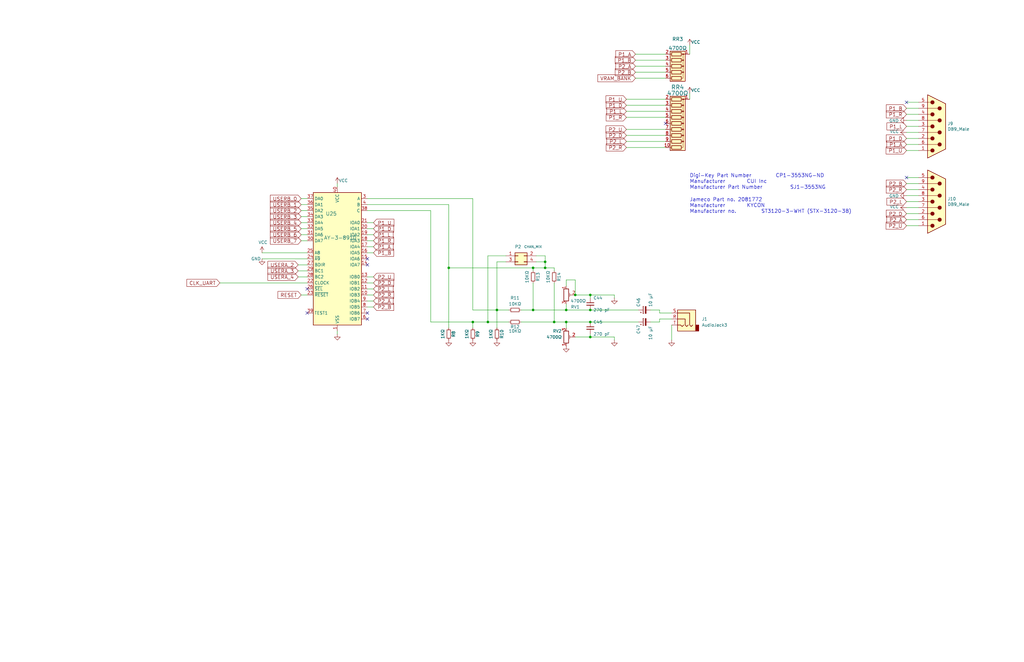
<source format=kicad_sch>
(kicad_sch (version 20230121) (generator eeschema)

  (uuid 4612f9f0-1343-4ba7-94dd-7d3e9fc08dad)

  (paper "B")

  (title_block
    (title "WE65816 - MARK2")
    (rev "V0.80")
  )

  (lib_symbols
    (symbol "Audio:YM2149" (in_bom yes) (on_board yes)
      (property "Reference" "U" (at -10.16 29.21 0)
        (effects (font (size 1.27 1.27)))
      )
      (property "Value" "YM2149" (at 3.81 29.21 0)
        (effects (font (size 1.27 1.27)))
      )
      (property "Footprint" "Package_DIP:DIP-40_W15.24mm" (at 16.51 -35.56 0)
        (effects (font (size 1.27 1.27)) hide)
      )
      (property "Datasheet" "http://www.ym2149.com/ym2149.pdf" (at 0 0 0)
        (effects (font (size 1.27 1.27)) hide)
      )
      (property "ki_keywords" "audio ssg 3ch" (at 0 0 0)
        (effects (font (size 1.27 1.27)) hide)
      )
      (property "ki_description" "Software-Controlled Sound Generator, DIP-40" (at 0 0 0)
        (effects (font (size 1.27 1.27)) hide)
      )
      (property "ki_fp_filters" "DIP*W15.24mm*" (at 0 0 0)
        (effects (font (size 1.27 1.27)) hide)
      )
      (symbol "YM2149_0_1"
        (rectangle (start -10.16 27.94) (end 10.16 -27.94)
          (stroke (width 0.254) (type default))
          (fill (type background))
        )
      )
      (symbol "YM2149_1_1"
        (pin power_in line (at 0 -30.48 90) (length 2.54)
          (name "VSS" (effects (font (size 1.27 1.27))))
          (number "1" (effects (font (size 1.27 1.27))))
        )
        (pin bidirectional line (at 12.7 -15.24 180) (length 2.54)
          (name "IOB3" (effects (font (size 1.27 1.27))))
          (number "10" (effects (font (size 1.27 1.27))))
        )
        (pin bidirectional line (at 12.7 -12.7 180) (length 2.54)
          (name "IOB2" (effects (font (size 1.27 1.27))))
          (number "11" (effects (font (size 1.27 1.27))))
        )
        (pin bidirectional line (at 12.7 -10.16 180) (length 2.54)
          (name "IOB1" (effects (font (size 1.27 1.27))))
          (number "12" (effects (font (size 1.27 1.27))))
        )
        (pin bidirectional line (at 12.7 -7.62 180) (length 2.54)
          (name "IOB0" (effects (font (size 1.27 1.27))))
          (number "13" (effects (font (size 1.27 1.27))))
        )
        (pin bidirectional line (at 12.7 -2.54 180) (length 2.54)
          (name "IOA7" (effects (font (size 1.27 1.27))))
          (number "14" (effects (font (size 1.27 1.27))))
        )
        (pin bidirectional line (at 12.7 0 180) (length 2.54)
          (name "IOA6" (effects (font (size 1.27 1.27))))
          (number "15" (effects (font (size 1.27 1.27))))
        )
        (pin bidirectional line (at 12.7 2.54 180) (length 2.54)
          (name "IOA5" (effects (font (size 1.27 1.27))))
          (number "16" (effects (font (size 1.27 1.27))))
        )
        (pin bidirectional line (at 12.7 5.08 180) (length 2.54)
          (name "IOA4" (effects (font (size 1.27 1.27))))
          (number "17" (effects (font (size 1.27 1.27))))
        )
        (pin bidirectional line (at 12.7 7.62 180) (length 2.54)
          (name "IOA3" (effects (font (size 1.27 1.27))))
          (number "18" (effects (font (size 1.27 1.27))))
        )
        (pin bidirectional line (at 12.7 10.16 180) (length 2.54)
          (name "IOA2" (effects (font (size 1.27 1.27))))
          (number "19" (effects (font (size 1.27 1.27))))
        )
        (pin no_connect line (at -10.16 -17.78 0) (length 2.54) hide
          (name "NC" (effects (font (size 1.27 1.27))))
          (number "2" (effects (font (size 1.27 1.27))))
        )
        (pin bidirectional line (at 12.7 12.7 180) (length 2.54)
          (name "IOA1" (effects (font (size 1.27 1.27))))
          (number "20" (effects (font (size 1.27 1.27))))
        )
        (pin bidirectional line (at 12.7 15.24 180) (length 2.54)
          (name "IOA0" (effects (font (size 1.27 1.27))))
          (number "21" (effects (font (size 1.27 1.27))))
        )
        (pin input line (at -12.7 -10.16 0) (length 2.54)
          (name "CLOCK" (effects (font (size 1.27 1.27))))
          (number "22" (effects (font (size 1.27 1.27))))
        )
        (pin input line (at -12.7 -15.24 0) (length 2.54)
          (name "~{RESET}" (effects (font (size 1.27 1.27))))
          (number "23" (effects (font (size 1.27 1.27))))
        )
        (pin input line (at -12.7 0 0) (length 2.54)
          (name "~{A9}" (effects (font (size 1.27 1.27))))
          (number "24" (effects (font (size 1.27 1.27))))
        )
        (pin input line (at -12.7 2.54 0) (length 2.54)
          (name "A8" (effects (font (size 1.27 1.27))))
          (number "25" (effects (font (size 1.27 1.27))))
        )
        (pin input line (at -12.7 -12.7 0) (length 2.54)
          (name "~{SEL}" (effects (font (size 1.27 1.27))))
          (number "26" (effects (font (size 1.27 1.27))))
        )
        (pin input line (at -12.7 -2.54 0) (length 2.54)
          (name "BDIR" (effects (font (size 1.27 1.27))))
          (number "27" (effects (font (size 1.27 1.27))))
        )
        (pin input line (at -12.7 -7.62 0) (length 2.54)
          (name "BC2" (effects (font (size 1.27 1.27))))
          (number "28" (effects (font (size 1.27 1.27))))
        )
        (pin input line (at -12.7 -5.08 0) (length 2.54)
          (name "BC1" (effects (font (size 1.27 1.27))))
          (number "29" (effects (font (size 1.27 1.27))))
        )
        (pin output line (at 12.7 25.4 180) (length 2.54)
          (name "A" (effects (font (size 1.27 1.27))))
          (number "3" (effects (font (size 1.27 1.27))))
        )
        (pin bidirectional line (at -12.7 7.62 0) (length 2.54)
          (name "DA7" (effects (font (size 1.27 1.27))))
          (number "30" (effects (font (size 1.27 1.27))))
        )
        (pin bidirectional line (at -12.7 10.16 0) (length 2.54)
          (name "DA6" (effects (font (size 1.27 1.27))))
          (number "31" (effects (font (size 1.27 1.27))))
        )
        (pin bidirectional line (at -12.7 12.7 0) (length 2.54)
          (name "DA5" (effects (font (size 1.27 1.27))))
          (number "32" (effects (font (size 1.27 1.27))))
        )
        (pin bidirectional line (at -12.7 15.24 0) (length 2.54)
          (name "DA4" (effects (font (size 1.27 1.27))))
          (number "33" (effects (font (size 1.27 1.27))))
        )
        (pin bidirectional line (at -12.7 17.78 0) (length 2.54)
          (name "DA3" (effects (font (size 1.27 1.27))))
          (number "34" (effects (font (size 1.27 1.27))))
        )
        (pin bidirectional line (at -12.7 20.32 0) (length 2.54)
          (name "DA2" (effects (font (size 1.27 1.27))))
          (number "35" (effects (font (size 1.27 1.27))))
        )
        (pin bidirectional line (at -12.7 22.86 0) (length 2.54)
          (name "DA1" (effects (font (size 1.27 1.27))))
          (number "36" (effects (font (size 1.27 1.27))))
        )
        (pin bidirectional line (at -12.7 25.4 0) (length 2.54)
          (name "DA0" (effects (font (size 1.27 1.27))))
          (number "37" (effects (font (size 1.27 1.27))))
        )
        (pin output line (at 12.7 20.32 180) (length 2.54)
          (name "C" (effects (font (size 1.27 1.27))))
          (number "38" (effects (font (size 1.27 1.27))))
        )
        (pin passive line (at -12.7 -22.86 0) (length 2.54)
          (name "TEST1" (effects (font (size 1.27 1.27))))
          (number "39" (effects (font (size 1.27 1.27))))
        )
        (pin output line (at 12.7 22.86 180) (length 2.54)
          (name "B" (effects (font (size 1.27 1.27))))
          (number "4" (effects (font (size 1.27 1.27))))
        )
        (pin power_in line (at 0 30.48 270) (length 2.54)
          (name "VCC" (effects (font (size 1.27 1.27))))
          (number "40" (effects (font (size 1.27 1.27))))
        )
        (pin no_connect line (at -10.16 -20.32 0) (length 2.54) hide
          (name "NC" (effects (font (size 1.27 1.27))))
          (number "5" (effects (font (size 1.27 1.27))))
        )
        (pin bidirectional line (at 12.7 -25.4 180) (length 2.54)
          (name "IOB7" (effects (font (size 1.27 1.27))))
          (number "6" (effects (font (size 1.27 1.27))))
        )
        (pin bidirectional line (at 12.7 -22.86 180) (length 2.54)
          (name "IOB6" (effects (font (size 1.27 1.27))))
          (number "7" (effects (font (size 1.27 1.27))))
        )
        (pin bidirectional line (at 12.7 -20.32 180) (length 2.54)
          (name "IOB5" (effects (font (size 1.27 1.27))))
          (number "8" (effects (font (size 1.27 1.27))))
        )
        (pin bidirectional line (at 12.7 -17.78 180) (length 2.54)
          (name "IOB4" (effects (font (size 1.27 1.27))))
          (number "9" (effects (font (size 1.27 1.27))))
        )
      )
    )
    (symbol "Connector:DE9_Plug" (pin_names (offset 1.016) hide) (in_bom yes) (on_board yes)
      (property "Reference" "J" (at 0 13.97 0)
        (effects (font (size 1.27 1.27)))
      )
      (property "Value" "DE9_Plug" (at 0 -14.605 0)
        (effects (font (size 1.27 1.27)))
      )
      (property "Footprint" "" (at 0 0 0)
        (effects (font (size 1.27 1.27)) hide)
      )
      (property "Datasheet" " ~" (at 0 0 0)
        (effects (font (size 1.27 1.27)) hide)
      )
      (property "ki_keywords" "connector male plug D-SUB DB9" (at 0 0 0)
        (effects (font (size 1.27 1.27)) hide)
      )
      (property "ki_description" "9-pin male plug pin D-SUB connector" (at 0 0 0)
        (effects (font (size 1.27 1.27)) hide)
      )
      (property "ki_fp_filters" "DSUB*Male*" (at 0 0 0)
        (effects (font (size 1.27 1.27)) hide)
      )
      (symbol "DE9_Plug_0_1"
        (circle (center -1.778 -10.16) (radius 0.762)
          (stroke (width 0) (type default))
          (fill (type outline))
        )
        (circle (center -1.778 -5.08) (radius 0.762)
          (stroke (width 0) (type default))
          (fill (type outline))
        )
        (circle (center -1.778 0) (radius 0.762)
          (stroke (width 0) (type default))
          (fill (type outline))
        )
        (circle (center -1.778 5.08) (radius 0.762)
          (stroke (width 0) (type default))
          (fill (type outline))
        )
        (circle (center -1.778 10.16) (radius 0.762)
          (stroke (width 0) (type default))
          (fill (type outline))
        )
        (polyline
          (pts
            (xy -3.81 -10.16)
            (xy -2.54 -10.16)
          )
          (stroke (width 0) (type default))
          (fill (type none))
        )
        (polyline
          (pts
            (xy -3.81 -7.62)
            (xy 0.508 -7.62)
          )
          (stroke (width 0) (type default))
          (fill (type none))
        )
        (polyline
          (pts
            (xy -3.81 -5.08)
            (xy -2.54 -5.08)
          )
          (stroke (width 0) (type default))
          (fill (type none))
        )
        (polyline
          (pts
            (xy -3.81 -2.54)
            (xy 0.508 -2.54)
          )
          (stroke (width 0) (type default))
          (fill (type none))
        )
        (polyline
          (pts
            (xy -3.81 0)
            (xy -2.54 0)
          )
          (stroke (width 0) (type default))
          (fill (type none))
        )
        (polyline
          (pts
            (xy -3.81 2.54)
            (xy 0.508 2.54)
          )
          (stroke (width 0) (type default))
          (fill (type none))
        )
        (polyline
          (pts
            (xy -3.81 5.08)
            (xy -2.54 5.08)
          )
          (stroke (width 0) (type default))
          (fill (type none))
        )
        (polyline
          (pts
            (xy -3.81 7.62)
            (xy 0.508 7.62)
          )
          (stroke (width 0) (type default))
          (fill (type none))
        )
        (polyline
          (pts
            (xy -3.81 10.16)
            (xy -2.54 10.16)
          )
          (stroke (width 0) (type default))
          (fill (type none))
        )
        (polyline
          (pts
            (xy -3.81 -13.335)
            (xy -3.81 13.335)
            (xy 3.81 9.525)
            (xy 3.81 -9.525)
            (xy -3.81 -13.335)
          )
          (stroke (width 0.254) (type default))
          (fill (type background))
        )
        (circle (center 1.27 -7.62) (radius 0.762)
          (stroke (width 0) (type default))
          (fill (type outline))
        )
        (circle (center 1.27 -2.54) (radius 0.762)
          (stroke (width 0) (type default))
          (fill (type outline))
        )
        (circle (center 1.27 2.54) (radius 0.762)
          (stroke (width 0) (type default))
          (fill (type outline))
        )
        (circle (center 1.27 7.62) (radius 0.762)
          (stroke (width 0) (type default))
          (fill (type outline))
        )
      )
      (symbol "DE9_Plug_1_1"
        (pin passive line (at -7.62 -10.16 0) (length 3.81)
          (name "1" (effects (font (size 1.27 1.27))))
          (number "1" (effects (font (size 1.27 1.27))))
        )
        (pin passive line (at -7.62 -5.08 0) (length 3.81)
          (name "2" (effects (font (size 1.27 1.27))))
          (number "2" (effects (font (size 1.27 1.27))))
        )
        (pin passive line (at -7.62 0 0) (length 3.81)
          (name "3" (effects (font (size 1.27 1.27))))
          (number "3" (effects (font (size 1.27 1.27))))
        )
        (pin passive line (at -7.62 5.08 0) (length 3.81)
          (name "4" (effects (font (size 1.27 1.27))))
          (number "4" (effects (font (size 1.27 1.27))))
        )
        (pin passive line (at -7.62 10.16 0) (length 3.81)
          (name "5" (effects (font (size 1.27 1.27))))
          (number "5" (effects (font (size 1.27 1.27))))
        )
        (pin passive line (at -7.62 -7.62 0) (length 3.81)
          (name "6" (effects (font (size 1.27 1.27))))
          (number "6" (effects (font (size 1.27 1.27))))
        )
        (pin passive line (at -7.62 -2.54 0) (length 3.81)
          (name "7" (effects (font (size 1.27 1.27))))
          (number "7" (effects (font (size 1.27 1.27))))
        )
        (pin passive line (at -7.62 2.54 0) (length 3.81)
          (name "8" (effects (font (size 1.27 1.27))))
          (number "8" (effects (font (size 1.27 1.27))))
        )
        (pin passive line (at -7.62 7.62 0) (length 3.81)
          (name "9" (effects (font (size 1.27 1.27))))
          (number "9" (effects (font (size 1.27 1.27))))
        )
      )
    )
    (symbol "Connector_Audio:AudioJack3" (in_bom yes) (on_board yes)
      (property "Reference" "J" (at 0 8.89 0)
        (effects (font (size 1.27 1.27)))
      )
      (property "Value" "AudioJack3" (at 0 6.35 0)
        (effects (font (size 1.27 1.27)))
      )
      (property "Footprint" "" (at 0 0 0)
        (effects (font (size 1.27 1.27)) hide)
      )
      (property "Datasheet" "~" (at 0 0 0)
        (effects (font (size 1.27 1.27)) hide)
      )
      (property "ki_keywords" "audio jack receptacle stereo headphones phones TRS connector" (at 0 0 0)
        (effects (font (size 1.27 1.27)) hide)
      )
      (property "ki_description" "Audio Jack, 3 Poles (Stereo / TRS)" (at 0 0 0)
        (effects (font (size 1.27 1.27)) hide)
      )
      (property "ki_fp_filters" "Jack*" (at 0 0 0)
        (effects (font (size 1.27 1.27)) hide)
      )
      (symbol "AudioJack3_0_1"
        (rectangle (start -5.08 -5.08) (end -6.35 -2.54)
          (stroke (width 0.254) (type default))
          (fill (type outline))
        )
        (polyline
          (pts
            (xy 0 -2.54)
            (xy 0.635 -3.175)
            (xy 1.27 -2.54)
            (xy 2.54 -2.54)
          )
          (stroke (width 0.254) (type default))
          (fill (type none))
        )
        (polyline
          (pts
            (xy -1.905 -2.54)
            (xy -1.27 -3.175)
            (xy -0.635 -2.54)
            (xy -0.635 0)
            (xy 2.54 0)
          )
          (stroke (width 0.254) (type default))
          (fill (type none))
        )
        (polyline
          (pts
            (xy 2.54 2.54)
            (xy -2.54 2.54)
            (xy -2.54 -2.54)
            (xy -3.175 -3.175)
            (xy -3.81 -2.54)
          )
          (stroke (width 0.254) (type default))
          (fill (type none))
        )
        (rectangle (start 2.54 3.81) (end -5.08 -5.08)
          (stroke (width 0.254) (type default))
          (fill (type background))
        )
      )
      (symbol "AudioJack3_1_1"
        (pin passive line (at 5.08 0 180) (length 2.54)
          (name "~" (effects (font (size 1.27 1.27))))
          (number "R" (effects (font (size 1.27 1.27))))
        )
        (pin passive line (at 5.08 2.54 180) (length 2.54)
          (name "~" (effects (font (size 1.27 1.27))))
          (number "S" (effects (font (size 1.27 1.27))))
        )
        (pin passive line (at 5.08 -2.54 180) (length 2.54)
          (name "~" (effects (font (size 1.27 1.27))))
          (number "T" (effects (font (size 1.27 1.27))))
        )
      )
    )
    (symbol "Connector_Generic:Conn_02x02_Odd_Even" (pin_names (offset 1.016) hide) (in_bom yes) (on_board yes)
      (property "Reference" "J" (at 1.27 2.54 0)
        (effects (font (size 1.27 1.27)))
      )
      (property "Value" "Conn_02x02_Odd_Even" (at 1.27 -5.08 0)
        (effects (font (size 1.27 1.27)))
      )
      (property "Footprint" "" (at 0 0 0)
        (effects (font (size 1.27 1.27)) hide)
      )
      (property "Datasheet" "~" (at 0 0 0)
        (effects (font (size 1.27 1.27)) hide)
      )
      (property "ki_keywords" "connector" (at 0 0 0)
        (effects (font (size 1.27 1.27)) hide)
      )
      (property "ki_description" "Generic connector, double row, 02x02, odd/even pin numbering scheme (row 1 odd numbers, row 2 even numbers), script generated (kicad-library-utils/schlib/autogen/connector/)" (at 0 0 0)
        (effects (font (size 1.27 1.27)) hide)
      )
      (property "ki_fp_filters" "Connector*:*_2x??_*" (at 0 0 0)
        (effects (font (size 1.27 1.27)) hide)
      )
      (symbol "Conn_02x02_Odd_Even_1_1"
        (rectangle (start -1.27 -2.413) (end 0 -2.667)
          (stroke (width 0.1524) (type default))
          (fill (type none))
        )
        (rectangle (start -1.27 0.127) (end 0 -0.127)
          (stroke (width 0.1524) (type default))
          (fill (type none))
        )
        (rectangle (start -1.27 1.27) (end 3.81 -3.81)
          (stroke (width 0.254) (type default))
          (fill (type background))
        )
        (rectangle (start 3.81 -2.413) (end 2.54 -2.667)
          (stroke (width 0.1524) (type default))
          (fill (type none))
        )
        (rectangle (start 3.81 0.127) (end 2.54 -0.127)
          (stroke (width 0.1524) (type default))
          (fill (type none))
        )
        (pin passive line (at -5.08 0 0) (length 3.81)
          (name "Pin_1" (effects (font (size 1.27 1.27))))
          (number "1" (effects (font (size 1.27 1.27))))
        )
        (pin passive line (at 7.62 0 180) (length 3.81)
          (name "Pin_2" (effects (font (size 1.27 1.27))))
          (number "2" (effects (font (size 1.27 1.27))))
        )
        (pin passive line (at -5.08 -2.54 0) (length 3.81)
          (name "Pin_3" (effects (font (size 1.27 1.27))))
          (number "3" (effects (font (size 1.27 1.27))))
        )
        (pin passive line (at 7.62 -2.54 180) (length 3.81)
          (name "Pin_4" (effects (font (size 1.27 1.27))))
          (number "4" (effects (font (size 1.27 1.27))))
        )
      )
    )
    (symbol "Device:C_Polarized_Small" (pin_numbers hide) (pin_names (offset 0.254) hide) (in_bom yes) (on_board yes)
      (property "Reference" "C" (at 0.254 1.778 0)
        (effects (font (size 1.27 1.27)) (justify left))
      )
      (property "Value" "C_Polarized_Small" (at 0.254 -2.032 0)
        (effects (font (size 1.27 1.27)) (justify left))
      )
      (property "Footprint" "" (at 0 0 0)
        (effects (font (size 1.27 1.27)) hide)
      )
      (property "Datasheet" "~" (at 0 0 0)
        (effects (font (size 1.27 1.27)) hide)
      )
      (property "ki_keywords" "cap capacitor" (at 0 0 0)
        (effects (font (size 1.27 1.27)) hide)
      )
      (property "ki_description" "Polarized capacitor, small symbol" (at 0 0 0)
        (effects (font (size 1.27 1.27)) hide)
      )
      (property "ki_fp_filters" "CP_*" (at 0 0 0)
        (effects (font (size 1.27 1.27)) hide)
      )
      (symbol "C_Polarized_Small_0_1"
        (rectangle (start -1.524 -0.3048) (end 1.524 -0.6858)
          (stroke (width 0) (type default))
          (fill (type outline))
        )
        (rectangle (start -1.524 0.6858) (end 1.524 0.3048)
          (stroke (width 0) (type default))
          (fill (type none))
        )
        (polyline
          (pts
            (xy -1.27 1.524)
            (xy -0.762 1.524)
          )
          (stroke (width 0) (type default))
          (fill (type none))
        )
        (polyline
          (pts
            (xy -1.016 1.27)
            (xy -1.016 1.778)
          )
          (stroke (width 0) (type default))
          (fill (type none))
        )
      )
      (symbol "C_Polarized_Small_1_1"
        (pin passive line (at 0 2.54 270) (length 1.8542)
          (name "~" (effects (font (size 1.27 1.27))))
          (number "1" (effects (font (size 1.27 1.27))))
        )
        (pin passive line (at 0 -2.54 90) (length 1.8542)
          (name "~" (effects (font (size 1.27 1.27))))
          (number "2" (effects (font (size 1.27 1.27))))
        )
      )
    )
    (symbol "Device:C_Small" (pin_numbers hide) (pin_names (offset 0.254) hide) (in_bom yes) (on_board yes)
      (property "Reference" "C" (at 0.254 1.778 0)
        (effects (font (size 1.27 1.27)) (justify left))
      )
      (property "Value" "C_Small" (at 0.254 -2.032 0)
        (effects (font (size 1.27 1.27)) (justify left))
      )
      (property "Footprint" "" (at 0 0 0)
        (effects (font (size 1.27 1.27)) hide)
      )
      (property "Datasheet" "~" (at 0 0 0)
        (effects (font (size 1.27 1.27)) hide)
      )
      (property "ki_keywords" "capacitor cap" (at 0 0 0)
        (effects (font (size 1.27 1.27)) hide)
      )
      (property "ki_description" "Unpolarized capacitor, small symbol" (at 0 0 0)
        (effects (font (size 1.27 1.27)) hide)
      )
      (property "ki_fp_filters" "C_*" (at 0 0 0)
        (effects (font (size 1.27 1.27)) hide)
      )
      (symbol "C_Small_0_1"
        (polyline
          (pts
            (xy -1.524 -0.508)
            (xy 1.524 -0.508)
          )
          (stroke (width 0.3302) (type default))
          (fill (type none))
        )
        (polyline
          (pts
            (xy -1.524 0.508)
            (xy 1.524 0.508)
          )
          (stroke (width 0.3048) (type default))
          (fill (type none))
        )
      )
      (symbol "C_Small_1_1"
        (pin passive line (at 0 2.54 270) (length 2.032)
          (name "~" (effects (font (size 1.27 1.27))))
          (number "1" (effects (font (size 1.27 1.27))))
        )
        (pin passive line (at 0 -2.54 90) (length 2.032)
          (name "~" (effects (font (size 1.27 1.27))))
          (number "2" (effects (font (size 1.27 1.27))))
        )
      )
    )
    (symbol "Device:R_Network05" (pin_names (offset 0) hide) (in_bom yes) (on_board yes)
      (property "Reference" "RN" (at -7.62 0 90)
        (effects (font (size 1.27 1.27)))
      )
      (property "Value" "R_Network05" (at 7.62 0 90)
        (effects (font (size 1.27 1.27)))
      )
      (property "Footprint" "Resistor_THT:R_Array_SIP6" (at 9.525 0 90)
        (effects (font (size 1.27 1.27)) hide)
      )
      (property "Datasheet" "http://www.vishay.com/docs/31509/csc.pdf" (at 0 0 0)
        (effects (font (size 1.27 1.27)) hide)
      )
      (property "ki_keywords" "R network star-topology" (at 0 0 0)
        (effects (font (size 1.27 1.27)) hide)
      )
      (property "ki_description" "5 resistor network, star topology, bussed resistors, small symbol" (at 0 0 0)
        (effects (font (size 1.27 1.27)) hide)
      )
      (property "ki_fp_filters" "R?Array?SIP*" (at 0 0 0)
        (effects (font (size 1.27 1.27)) hide)
      )
      (symbol "R_Network05_0_1"
        (rectangle (start -6.35 -3.175) (end 6.35 3.175)
          (stroke (width 0.254) (type default))
          (fill (type background))
        )
        (rectangle (start -5.842 1.524) (end -4.318 -2.54)
          (stroke (width 0.254) (type default))
          (fill (type none))
        )
        (circle (center -5.08 2.286) (radius 0.254)
          (stroke (width 0) (type default))
          (fill (type outline))
        )
        (rectangle (start -3.302 1.524) (end -1.778 -2.54)
          (stroke (width 0.254) (type default))
          (fill (type none))
        )
        (circle (center -2.54 2.286) (radius 0.254)
          (stroke (width 0) (type default))
          (fill (type outline))
        )
        (rectangle (start -0.762 1.524) (end 0.762 -2.54)
          (stroke (width 0.254) (type default))
          (fill (type none))
        )
        (polyline
          (pts
            (xy -5.08 -2.54)
            (xy -5.08 -3.81)
          )
          (stroke (width 0) (type default))
          (fill (type none))
        )
        (polyline
          (pts
            (xy -2.54 -2.54)
            (xy -2.54 -3.81)
          )
          (stroke (width 0) (type default))
          (fill (type none))
        )
        (polyline
          (pts
            (xy 0 -2.54)
            (xy 0 -3.81)
          )
          (stroke (width 0) (type default))
          (fill (type none))
        )
        (polyline
          (pts
            (xy 2.54 -2.54)
            (xy 2.54 -3.81)
          )
          (stroke (width 0) (type default))
          (fill (type none))
        )
        (polyline
          (pts
            (xy 5.08 -2.54)
            (xy 5.08 -3.81)
          )
          (stroke (width 0) (type default))
          (fill (type none))
        )
        (polyline
          (pts
            (xy -5.08 1.524)
            (xy -5.08 2.286)
            (xy -2.54 2.286)
            (xy -2.54 1.524)
          )
          (stroke (width 0) (type default))
          (fill (type none))
        )
        (polyline
          (pts
            (xy -2.54 1.524)
            (xy -2.54 2.286)
            (xy 0 2.286)
            (xy 0 1.524)
          )
          (stroke (width 0) (type default))
          (fill (type none))
        )
        (polyline
          (pts
            (xy 0 1.524)
            (xy 0 2.286)
            (xy 2.54 2.286)
            (xy 2.54 1.524)
          )
          (stroke (width 0) (type default))
          (fill (type none))
        )
        (polyline
          (pts
            (xy 2.54 1.524)
            (xy 2.54 2.286)
            (xy 5.08 2.286)
            (xy 5.08 1.524)
          )
          (stroke (width 0) (type default))
          (fill (type none))
        )
        (circle (center 0 2.286) (radius 0.254)
          (stroke (width 0) (type default))
          (fill (type outline))
        )
        (rectangle (start 1.778 1.524) (end 3.302 -2.54)
          (stroke (width 0.254) (type default))
          (fill (type none))
        )
        (circle (center 2.54 2.286) (radius 0.254)
          (stroke (width 0) (type default))
          (fill (type outline))
        )
        (rectangle (start 4.318 1.524) (end 5.842 -2.54)
          (stroke (width 0.254) (type default))
          (fill (type none))
        )
      )
      (symbol "R_Network05_1_1"
        (pin passive line (at -5.08 5.08 270) (length 2.54)
          (name "common" (effects (font (size 1.27 1.27))))
          (number "1" (effects (font (size 1.27 1.27))))
        )
        (pin passive line (at -5.08 -5.08 90) (length 1.27)
          (name "R1" (effects (font (size 1.27 1.27))))
          (number "2" (effects (font (size 1.27 1.27))))
        )
        (pin passive line (at -2.54 -5.08 90) (length 1.27)
          (name "R2" (effects (font (size 1.27 1.27))))
          (number "3" (effects (font (size 1.27 1.27))))
        )
        (pin passive line (at 0 -5.08 90) (length 1.27)
          (name "R3" (effects (font (size 1.27 1.27))))
          (number "4" (effects (font (size 1.27 1.27))))
        )
        (pin passive line (at 2.54 -5.08 90) (length 1.27)
          (name "R4" (effects (font (size 1.27 1.27))))
          (number "5" (effects (font (size 1.27 1.27))))
        )
        (pin passive line (at 5.08 -5.08 90) (length 1.27)
          (name "R5" (effects (font (size 1.27 1.27))))
          (number "6" (effects (font (size 1.27 1.27))))
        )
      )
    )
    (symbol "Device:R_Network09" (pin_names (offset 0) hide) (in_bom yes) (on_board yes)
      (property "Reference" "RN" (at -12.7 0 90)
        (effects (font (size 1.27 1.27)))
      )
      (property "Value" "R_Network09" (at 12.7 0 90)
        (effects (font (size 1.27 1.27)))
      )
      (property "Footprint" "Resistor_THT:R_Array_SIP10" (at 14.605 0 90)
        (effects (font (size 1.27 1.27)) hide)
      )
      (property "Datasheet" "http://www.vishay.com/docs/31509/csc.pdf" (at 0 0 0)
        (effects (font (size 1.27 1.27)) hide)
      )
      (property "ki_keywords" "R network star-topology" (at 0 0 0)
        (effects (font (size 1.27 1.27)) hide)
      )
      (property "ki_description" "9 resistor network, star topology, bussed resistors, small symbol" (at 0 0 0)
        (effects (font (size 1.27 1.27)) hide)
      )
      (property "ki_fp_filters" "R?Array?SIP*" (at 0 0 0)
        (effects (font (size 1.27 1.27)) hide)
      )
      (symbol "R_Network09_0_1"
        (rectangle (start -11.43 -3.175) (end 11.43 3.175)
          (stroke (width 0.254) (type default))
          (fill (type background))
        )
        (rectangle (start -10.922 1.524) (end -9.398 -2.54)
          (stroke (width 0.254) (type default))
          (fill (type none))
        )
        (circle (center -10.16 2.286) (radius 0.254)
          (stroke (width 0) (type default))
          (fill (type outline))
        )
        (rectangle (start -8.382 1.524) (end -6.858 -2.54)
          (stroke (width 0.254) (type default))
          (fill (type none))
        )
        (circle (center -7.62 2.286) (radius 0.254)
          (stroke (width 0) (type default))
          (fill (type outline))
        )
        (rectangle (start -5.842 1.524) (end -4.318 -2.54)
          (stroke (width 0.254) (type default))
          (fill (type none))
        )
        (circle (center -5.08 2.286) (radius 0.254)
          (stroke (width 0) (type default))
          (fill (type outline))
        )
        (rectangle (start -3.302 1.524) (end -1.778 -2.54)
          (stroke (width 0.254) (type default))
          (fill (type none))
        )
        (circle (center -2.54 2.286) (radius 0.254)
          (stroke (width 0) (type default))
          (fill (type outline))
        )
        (rectangle (start -0.762 1.524) (end 0.762 -2.54)
          (stroke (width 0.254) (type default))
          (fill (type none))
        )
        (polyline
          (pts
            (xy -10.16 -2.54)
            (xy -10.16 -3.81)
          )
          (stroke (width 0) (type default))
          (fill (type none))
        )
        (polyline
          (pts
            (xy -7.62 -2.54)
            (xy -7.62 -3.81)
          )
          (stroke (width 0) (type default))
          (fill (type none))
        )
        (polyline
          (pts
            (xy -5.08 -2.54)
            (xy -5.08 -3.81)
          )
          (stroke (width 0) (type default))
          (fill (type none))
        )
        (polyline
          (pts
            (xy -2.54 -2.54)
            (xy -2.54 -3.81)
          )
          (stroke (width 0) (type default))
          (fill (type none))
        )
        (polyline
          (pts
            (xy 0 -2.54)
            (xy 0 -3.81)
          )
          (stroke (width 0) (type default))
          (fill (type none))
        )
        (polyline
          (pts
            (xy 2.54 -2.54)
            (xy 2.54 -3.81)
          )
          (stroke (width 0) (type default))
          (fill (type none))
        )
        (polyline
          (pts
            (xy 5.08 -2.54)
            (xy 5.08 -3.81)
          )
          (stroke (width 0) (type default))
          (fill (type none))
        )
        (polyline
          (pts
            (xy 7.62 -2.54)
            (xy 7.62 -3.81)
          )
          (stroke (width 0) (type default))
          (fill (type none))
        )
        (polyline
          (pts
            (xy 10.16 -2.54)
            (xy 10.16 -3.81)
          )
          (stroke (width 0) (type default))
          (fill (type none))
        )
        (polyline
          (pts
            (xy -10.16 1.524)
            (xy -10.16 2.286)
            (xy -7.62 2.286)
            (xy -7.62 1.524)
          )
          (stroke (width 0) (type default))
          (fill (type none))
        )
        (polyline
          (pts
            (xy -7.62 1.524)
            (xy -7.62 2.286)
            (xy -5.08 2.286)
            (xy -5.08 1.524)
          )
          (stroke (width 0) (type default))
          (fill (type none))
        )
        (polyline
          (pts
            (xy -5.08 1.524)
            (xy -5.08 2.286)
            (xy -2.54 2.286)
            (xy -2.54 1.524)
          )
          (stroke (width 0) (type default))
          (fill (type none))
        )
        (polyline
          (pts
            (xy -2.54 1.524)
            (xy -2.54 2.286)
            (xy 0 2.286)
            (xy 0 1.524)
          )
          (stroke (width 0) (type default))
          (fill (type none))
        )
        (polyline
          (pts
            (xy 0 1.524)
            (xy 0 2.286)
            (xy 2.54 2.286)
            (xy 2.54 1.524)
          )
          (stroke (width 0) (type default))
          (fill (type none))
        )
        (polyline
          (pts
            (xy 2.54 1.524)
            (xy 2.54 2.286)
            (xy 5.08 2.286)
            (xy 5.08 1.524)
          )
          (stroke (width 0) (type default))
          (fill (type none))
        )
        (polyline
          (pts
            (xy 5.08 1.524)
            (xy 5.08 2.286)
            (xy 7.62 2.286)
            (xy 7.62 1.524)
          )
          (stroke (width 0) (type default))
          (fill (type none))
        )
        (polyline
          (pts
            (xy 7.62 1.524)
            (xy 7.62 2.286)
            (xy 10.16 2.286)
            (xy 10.16 1.524)
          )
          (stroke (width 0) (type default))
          (fill (type none))
        )
        (circle (center 0 2.286) (radius 0.254)
          (stroke (width 0) (type default))
          (fill (type outline))
        )
        (rectangle (start 1.778 1.524) (end 3.302 -2.54)
          (stroke (width 0.254) (type default))
          (fill (type none))
        )
        (circle (center 2.54 2.286) (radius 0.254)
          (stroke (width 0) (type default))
          (fill (type outline))
        )
        (rectangle (start 4.318 1.524) (end 5.842 -2.54)
          (stroke (width 0.254) (type default))
          (fill (type none))
        )
        (circle (center 5.08 2.286) (radius 0.254)
          (stroke (width 0) (type default))
          (fill (type outline))
        )
        (rectangle (start 6.858 1.524) (end 8.382 -2.54)
          (stroke (width 0.254) (type default))
          (fill (type none))
        )
        (circle (center 7.62 2.286) (radius 0.254)
          (stroke (width 0) (type default))
          (fill (type outline))
        )
        (rectangle (start 9.398 1.524) (end 10.922 -2.54)
          (stroke (width 0.254) (type default))
          (fill (type none))
        )
      )
      (symbol "R_Network09_1_1"
        (pin passive line (at -10.16 5.08 270) (length 2.54)
          (name "common" (effects (font (size 1.27 1.27))))
          (number "1" (effects (font (size 1.27 1.27))))
        )
        (pin passive line (at 10.16 -5.08 90) (length 1.27)
          (name "R9" (effects (font (size 1.27 1.27))))
          (number "10" (effects (font (size 1.27 1.27))))
        )
        (pin passive line (at -10.16 -5.08 90) (length 1.27)
          (name "R1" (effects (font (size 1.27 1.27))))
          (number "2" (effects (font (size 1.27 1.27))))
        )
        (pin passive line (at -7.62 -5.08 90) (length 1.27)
          (name "R2" (effects (font (size 1.27 1.27))))
          (number "3" (effects (font (size 1.27 1.27))))
        )
        (pin passive line (at -5.08 -5.08 90) (length 1.27)
          (name "R3" (effects (font (size 1.27 1.27))))
          (number "4" (effects (font (size 1.27 1.27))))
        )
        (pin passive line (at -2.54 -5.08 90) (length 1.27)
          (name "R4" (effects (font (size 1.27 1.27))))
          (number "5" (effects (font (size 1.27 1.27))))
        )
        (pin passive line (at 0 -5.08 90) (length 1.27)
          (name "R5" (effects (font (size 1.27 1.27))))
          (number "6" (effects (font (size 1.27 1.27))))
        )
        (pin passive line (at 2.54 -5.08 90) (length 1.27)
          (name "R6" (effects (font (size 1.27 1.27))))
          (number "7" (effects (font (size 1.27 1.27))))
        )
        (pin passive line (at 5.08 -5.08 90) (length 1.27)
          (name "R7" (effects (font (size 1.27 1.27))))
          (number "8" (effects (font (size 1.27 1.27))))
        )
        (pin passive line (at 7.62 -5.08 90) (length 1.27)
          (name "R8" (effects (font (size 1.27 1.27))))
          (number "9" (effects (font (size 1.27 1.27))))
        )
      )
    )
    (symbol "Device:R_Potentiometer_Trim" (pin_names (offset 1.016) hide) (in_bom yes) (on_board yes)
      (property "Reference" "RV" (at -4.445 0 90)
        (effects (font (size 1.27 1.27)))
      )
      (property "Value" "R_Potentiometer_Trim" (at -2.54 0 90)
        (effects (font (size 1.27 1.27)))
      )
      (property "Footprint" "" (at 0 0 0)
        (effects (font (size 1.27 1.27)) hide)
      )
      (property "Datasheet" "~" (at 0 0 0)
        (effects (font (size 1.27 1.27)) hide)
      )
      (property "ki_keywords" "resistor variable trimpot trimmer" (at 0 0 0)
        (effects (font (size 1.27 1.27)) hide)
      )
      (property "ki_description" "Trim-potentiometer" (at 0 0 0)
        (effects (font (size 1.27 1.27)) hide)
      )
      (property "ki_fp_filters" "Potentiometer*" (at 0 0 0)
        (effects (font (size 1.27 1.27)) hide)
      )
      (symbol "R_Potentiometer_Trim_0_1"
        (polyline
          (pts
            (xy 1.524 0.762)
            (xy 1.524 -0.762)
          )
          (stroke (width 0) (type default))
          (fill (type none))
        )
        (polyline
          (pts
            (xy 2.54 0)
            (xy 1.524 0)
          )
          (stroke (width 0) (type default))
          (fill (type none))
        )
        (rectangle (start 1.016 2.54) (end -1.016 -2.54)
          (stroke (width 0.254) (type default))
          (fill (type none))
        )
      )
      (symbol "R_Potentiometer_Trim_1_1"
        (pin passive line (at 0 3.81 270) (length 1.27)
          (name "1" (effects (font (size 1.27 1.27))))
          (number "1" (effects (font (size 1.27 1.27))))
        )
        (pin passive line (at 3.81 0 180) (length 1.27)
          (name "2" (effects (font (size 1.27 1.27))))
          (number "2" (effects (font (size 1.27 1.27))))
        )
        (pin passive line (at 0 -3.81 90) (length 1.27)
          (name "3" (effects (font (size 1.27 1.27))))
          (number "3" (effects (font (size 1.27 1.27))))
        )
      )
    )
    (symbol "Device:R_Small" (pin_numbers hide) (pin_names (offset 0.254) hide) (in_bom yes) (on_board yes)
      (property "Reference" "R" (at 0.762 0.508 0)
        (effects (font (size 1.27 1.27)) (justify left))
      )
      (property "Value" "R_Small" (at 0.762 -1.016 0)
        (effects (font (size 1.27 1.27)) (justify left))
      )
      (property "Footprint" "" (at 0 0 0)
        (effects (font (size 1.27 1.27)) hide)
      )
      (property "Datasheet" "~" (at 0 0 0)
        (effects (font (size 1.27 1.27)) hide)
      )
      (property "ki_keywords" "R resistor" (at 0 0 0)
        (effects (font (size 1.27 1.27)) hide)
      )
      (property "ki_description" "Resistor, small symbol" (at 0 0 0)
        (effects (font (size 1.27 1.27)) hide)
      )
      (property "ki_fp_filters" "R_*" (at 0 0 0)
        (effects (font (size 1.27 1.27)) hide)
      )
      (symbol "R_Small_0_1"
        (rectangle (start -0.762 1.778) (end 0.762 -1.778)
          (stroke (width 0.2032) (type default))
          (fill (type none))
        )
      )
      (symbol "R_Small_1_1"
        (pin passive line (at 0 2.54 270) (length 0.762)
          (name "~" (effects (font (size 1.27 1.27))))
          (number "1" (effects (font (size 1.27 1.27))))
        )
        (pin passive line (at 0 -2.54 90) (length 0.762)
          (name "~" (effects (font (size 1.27 1.27))))
          (number "2" (effects (font (size 1.27 1.27))))
        )
      )
    )
    (symbol "power:GND" (power) (pin_names (offset 0)) (in_bom yes) (on_board yes)
      (property "Reference" "#PWR" (at 0 -6.35 0)
        (effects (font (size 1.27 1.27)) hide)
      )
      (property "Value" "GND" (at 0 -3.81 0)
        (effects (font (size 1.27 1.27)))
      )
      (property "Footprint" "" (at 0 0 0)
        (effects (font (size 1.27 1.27)) hide)
      )
      (property "Datasheet" "" (at 0 0 0)
        (effects (font (size 1.27 1.27)) hide)
      )
      (property "ki_keywords" "global power" (at 0 0 0)
        (effects (font (size 1.27 1.27)) hide)
      )
      (property "ki_description" "Power symbol creates a global label with name \"GND\" , ground" (at 0 0 0)
        (effects (font (size 1.27 1.27)) hide)
      )
      (symbol "GND_0_1"
        (polyline
          (pts
            (xy 0 0)
            (xy 0 -1.27)
            (xy 1.27 -1.27)
            (xy 0 -2.54)
            (xy -1.27 -1.27)
            (xy 0 -1.27)
          )
          (stroke (width 0) (type default))
          (fill (type none))
        )
      )
      (symbol "GND_1_1"
        (pin power_in line (at 0 0 270) (length 0) hide
          (name "GND" (effects (font (size 1.27 1.27))))
          (number "1" (effects (font (size 1.27 1.27))))
        )
      )
    )
    (symbol "power:VCC" (power) (pin_names (offset 0)) (in_bom yes) (on_board yes)
      (property "Reference" "#PWR" (at 0 -3.81 0)
        (effects (font (size 1.27 1.27)) hide)
      )
      (property "Value" "VCC" (at 0 3.81 0)
        (effects (font (size 1.27 1.27)))
      )
      (property "Footprint" "" (at 0 0 0)
        (effects (font (size 1.27 1.27)) hide)
      )
      (property "Datasheet" "" (at 0 0 0)
        (effects (font (size 1.27 1.27)) hide)
      )
      (property "ki_keywords" "global power" (at 0 0 0)
        (effects (font (size 1.27 1.27)) hide)
      )
      (property "ki_description" "Power symbol creates a global label with name \"VCC\"" (at 0 0 0)
        (effects (font (size 1.27 1.27)) hide)
      )
      (symbol "VCC_0_1"
        (polyline
          (pts
            (xy -0.762 1.27)
            (xy 0 2.54)
          )
          (stroke (width 0) (type default))
          (fill (type none))
        )
        (polyline
          (pts
            (xy 0 0)
            (xy 0 2.54)
          )
          (stroke (width 0) (type default))
          (fill (type none))
        )
        (polyline
          (pts
            (xy 0 2.54)
            (xy 0.762 1.27)
          )
          (stroke (width 0) (type default))
          (fill (type none))
        )
      )
      (symbol "VCC_1_1"
        (pin power_in line (at 0 0 90) (length 0) hide
          (name "VCC" (effects (font (size 1.27 1.27))))
          (number "1" (effects (font (size 1.27 1.27))))
        )
      )
    )
  )

  (junction (at 248.92 124.46) (diameter 0) (color 0 0 0 0)
    (uuid 2f25ee66-b62d-4b09-accc-ce9e22e80357)
  )
  (junction (at 189.23 113.03) (diameter 0) (color 0 0 0 0)
    (uuid 33cd6b29-3949-4b63-8ddc-c9914169a813)
  )
  (junction (at 233.68 135.89) (diameter 0) (color 0 0 0 0)
    (uuid 56801e6d-c4ab-4f7b-8289-2119a52fa227)
  )
  (junction (at 229.87 110.49) (diameter 0) (color 0 0 0 0)
    (uuid 788b2731-6b7f-443d-9aea-c9929f132c06)
  )
  (junction (at 238.76 130.81) (diameter 0) (color 0 0 0 0)
    (uuid 795741d0-85b8-4f07-9fad-64977b7593b3)
  )
  (junction (at 205.74 135.89) (diameter 0) (color 0 0 0 0)
    (uuid 83181dd0-bbcd-4a99-a5a2-7d6961abb51a)
  )
  (junction (at 229.87 113.03) (diameter 0) (color 0 0 0 0)
    (uuid 965e5b0e-7687-4573-8d2f-57c078c20f48)
  )
  (junction (at 248.92 135.89) (diameter 0) (color 0 0 0 0)
    (uuid ade11025-6bdf-4515-a237-1ef567143867)
  )
  (junction (at 238.76 135.89) (diameter 0) (color 0 0 0 0)
    (uuid b2f1d7d4-9f26-4775-98bf-e2d379b9aa15)
  )
  (junction (at 199.39 135.89) (diameter 0) (color 0 0 0 0)
    (uuid b830f01d-0d9c-451a-9ac4-3e5744deb516)
  )
  (junction (at 248.92 142.24) (diameter 0) (color 0 0 0 0)
    (uuid c0514261-9aef-4093-ae2a-1edb965e0834)
  )
  (junction (at 224.79 130.81) (diameter 0) (color 0 0 0 0)
    (uuid ca2c6135-06b9-49ec-b90b-71e52fd66fd1)
  )
  (junction (at 224.79 113.03) (diameter 0) (color 0 0 0 0)
    (uuid cb1c25b9-0b18-4ae2-b34b-473130d1024e)
  )
  (junction (at 248.92 130.81) (diameter 0) (color 0 0 0 0)
    (uuid cb239c43-c780-49a8-85a1-e07bb0ee71ba)
  )
  (junction (at 209.55 130.81) (diameter 0) (color 0 0 0 0)
    (uuid f83c7689-506f-4228-94dd-e1c4dd714e67)
  )
  (junction (at 242.57 124.46) (diameter 0) (color 0 0 0 0)
    (uuid fdddffd5-33d9-4031-a2af-6e15a17b4dd7)
  )

  (no_connect (at 154.94 109.22) (uuid 22cb26b9-d501-4786-ab70-b7ac2868619c))
  (no_connect (at 280.67 52.07) (uuid 2952439a-4d93-45a3-a998-2b2fce2c5fe9))
  (no_connect (at 129.54 121.92) (uuid 2be498d5-e7b2-4098-b853-d60412f65c3b))
  (no_connect (at 154.94 132.08) (uuid 33ef82c8-b659-42b6-9429-5436a00e7b54))
  (no_connect (at 382.27 43.18) (uuid a0129fe7-e9e9-4c74-af85-e2b335707eb4))
  (no_connect (at 154.94 111.76) (uuid a0affae9-b1e8-4941-9e7e-2ad29ff3f86b))
  (no_connect (at 154.94 134.62) (uuid aee35d5f-0638-4cb1-b58c-265232f425a0))
  (no_connect (at 129.54 132.08) (uuid c2f8c49f-d49f-49e2-940a-a7b9765ffdf0))
  (no_connect (at 382.27 74.93) (uuid cf6465a5-cdc8-43ab-af6a-066f3abc4788))

  (wire (pts (xy 110.49 106.68) (xy 129.54 106.68))
    (stroke (width 0) (type default))
    (uuid 001c240e-2e5c-4f50-aaf3-2ebe37fdac24)
  )
  (wire (pts (xy 229.87 110.49) (xy 229.87 113.03))
    (stroke (width 0) (type default))
    (uuid 0030cb4c-f2a8-49f6-866f-d4dcc7fcde9d)
  )
  (wire (pts (xy 154.94 86.36) (xy 189.23 86.36))
    (stroke (width 0) (type default))
    (uuid 0052bb79-716a-4a3b-a9b2-8bb67fc51b4f)
  )
  (wire (pts (xy 154.94 119.38) (xy 157.48 119.38))
    (stroke (width 0) (type default))
    (uuid 03b8af20-fe98-4d01-bf7c-82317e4659a1)
  )
  (wire (pts (xy 280.67 49.53) (xy 264.16 49.53))
    (stroke (width 0) (type default))
    (uuid 06fb8a5e-69f3-44ca-bc88-4da9a1408625)
  )
  (wire (pts (xy 127 83.82) (xy 129.54 83.82))
    (stroke (width 0) (type default))
    (uuid 0892561c-4d3b-43fc-bc5e-4475de12f461)
  )
  (wire (pts (xy 280.67 25.4) (xy 267.97 25.4))
    (stroke (width 0) (type default))
    (uuid 09433d97-62ec-42de-89f2-7d0b68dc1b9d)
  )
  (wire (pts (xy 125.73 111.76) (xy 129.54 111.76))
    (stroke (width 0) (type default))
    (uuid 0b67cb14-c716-45bb-a80c-b1210c5956e5)
  )
  (wire (pts (xy 290.83 19.05) (xy 290.83 22.86))
    (stroke (width 0) (type default))
    (uuid 0c15e92d-3c34-4dec-bf94-5b81f614990e)
  )
  (wire (pts (xy 283.21 132.08) (xy 278.13 132.08))
    (stroke (width 0) (type default))
    (uuid 0c345fc5-964b-48c0-9452-55507c868edc)
  )
  (wire (pts (xy 226.06 110.49) (xy 229.87 110.49))
    (stroke (width 0) (type default))
    (uuid 117dd31d-124c-479d-aa96-bc9de693b485)
  )
  (wire (pts (xy 280.67 57.15) (xy 264.16 57.15))
    (stroke (width 0) (type default))
    (uuid 1416f46f-efcf-4c99-81af-d39cf81f2652)
  )
  (wire (pts (xy 154.94 96.52) (xy 157.48 96.52))
    (stroke (width 0) (type default))
    (uuid 166021d7-fc25-4b14-9126-ad97493b47d6)
  )
  (wire (pts (xy 142.24 77.47) (xy 142.24 78.74))
    (stroke (width 0) (type default))
    (uuid 1a2c9a6a-5fc9-413c-9272-7c0ac137593b)
  )
  (wire (pts (xy 154.94 83.82) (xy 199.39 83.82))
    (stroke (width 0) (type default))
    (uuid 1c1f43d2-9a08-4bb4-85d2-47f9f4ae6fc7)
  )
  (wire (pts (xy 154.94 121.92) (xy 157.48 121.92))
    (stroke (width 0) (type default))
    (uuid 200d3020-8cae-4ab2-9dd9-9256e92e3c56)
  )
  (wire (pts (xy 387.35 45.72) (xy 382.27 45.72))
    (stroke (width 0) (type default))
    (uuid 22127bf3-28e1-4f2a-9132-0b2244d2149e)
  )
  (wire (pts (xy 387.35 95.25) (xy 382.27 95.25))
    (stroke (width 0) (type default))
    (uuid 233d14ec-e17f-4b70-ace9-a65479e58a33)
  )
  (wire (pts (xy 274.32 130.81) (xy 278.13 130.81))
    (stroke (width 0) (type default))
    (uuid 2933d02e-a151-4d83-ab8e-2acb2a2d6544)
  )
  (wire (pts (xy 127 91.44) (xy 129.54 91.44))
    (stroke (width 0) (type default))
    (uuid 2f707a8b-bec3-46f0-89c7-2eb3985b935a)
  )
  (wire (pts (xy 127 99.06) (xy 129.54 99.06))
    (stroke (width 0) (type default))
    (uuid 3991458f-fd0f-4faa-9e1f-a7a0ec26adec)
  )
  (wire (pts (xy 209.55 110.49) (xy 209.55 130.81))
    (stroke (width 0) (type default))
    (uuid 3ad9187c-1126-4909-8a1c-30614f8e0138)
  )
  (wire (pts (xy 238.76 135.89) (xy 248.92 135.89))
    (stroke (width 0) (type default))
    (uuid 3b4db7a5-5375-4d9b-af8b-b70e2932e1b7)
  )
  (wire (pts (xy 181.61 135.89) (xy 199.39 135.89))
    (stroke (width 0) (type default))
    (uuid 40c7078a-4ee0-404d-baaf-c4632e8c31df)
  )
  (wire (pts (xy 387.35 80.01) (xy 382.27 80.01))
    (stroke (width 0) (type default))
    (uuid 40ef82a7-1843-41e2-896c-620f16b91b4f)
  )
  (wire (pts (xy 233.68 135.89) (xy 238.76 135.89))
    (stroke (width 0) (type default))
    (uuid 41e442c4-3daa-4776-bd79-7990c939b354)
  )
  (wire (pts (xy 209.55 130.81) (xy 214.63 130.81))
    (stroke (width 0) (type default))
    (uuid 43758126-6174-43ff-b8a7-6d55ec68152a)
  )
  (wire (pts (xy 224.79 130.81) (xy 238.76 130.81))
    (stroke (width 0) (type default))
    (uuid 46255620-16a2-4e81-9e4a-58dddcf89388)
  )
  (wire (pts (xy 229.87 113.03) (xy 233.68 113.03))
    (stroke (width 0) (type default))
    (uuid 46fdb860-fd30-44fc-a92d-55fb30a9af9c)
  )
  (wire (pts (xy 290.83 39.37) (xy 290.83 41.91))
    (stroke (width 0) (type default))
    (uuid 47bf3f61-8d58-45c3-87ae-85343f5b15f2)
  )
  (wire (pts (xy 280.67 30.48) (xy 267.97 30.48))
    (stroke (width 0) (type default))
    (uuid 4c77837f-2440-4b7b-8e7e-430f981c7c04)
  )
  (wire (pts (xy 280.67 27.94) (xy 267.97 27.94))
    (stroke (width 0) (type default))
    (uuid 53548090-4b36-44b5-9ef5-2fa214b2fbf4)
  )
  (wire (pts (xy 154.94 99.06) (xy 157.48 99.06))
    (stroke (width 0) (type default))
    (uuid 53fd05f6-4704-44e4-b9d4-2c93f3b761e4)
  )
  (wire (pts (xy 189.23 86.36) (xy 189.23 113.03))
    (stroke (width 0) (type default))
    (uuid 56b28428-a5ef-48c1-a391-a7ab077faa85)
  )
  (wire (pts (xy 181.61 88.9) (xy 181.61 135.89))
    (stroke (width 0) (type default))
    (uuid 5a2f63c2-03b9-4ea3-8900-7edd713225a8)
  )
  (wire (pts (xy 142.24 139.7) (xy 142.24 140.97))
    (stroke (width 0) (type default))
    (uuid 5b37803a-cb18-4959-bce2-ff08ff62da5a)
  )
  (wire (pts (xy 248.92 124.46) (xy 259.08 124.46))
    (stroke (width 0) (type default))
    (uuid 5b387e0a-9402-452e-831a-6d30bf67a32d)
  )
  (wire (pts (xy 259.08 142.24) (xy 259.08 143.51))
    (stroke (width 0) (type default))
    (uuid 5e942f12-8c6e-47e1-bc52-9a5d92adb18c)
  )
  (wire (pts (xy 283.21 137.16) (xy 283.21 143.51))
    (stroke (width 0) (type default))
    (uuid 5ea450c5-c799-4c49-a77b-90af3b812ea4)
  )
  (wire (pts (xy 280.67 44.45) (xy 264.16 44.45))
    (stroke (width 0) (type default))
    (uuid 5f4676ff-2597-415d-a32e-98d53038f432)
  )
  (wire (pts (xy 209.55 130.81) (xy 209.55 138.43))
    (stroke (width 0) (type default))
    (uuid 5fe5bd8d-5a86-4565-bd10-e08c6de9aa03)
  )
  (wire (pts (xy 127 88.9) (xy 129.54 88.9))
    (stroke (width 0) (type default))
    (uuid 62255aa4-94a9-4d10-9b84-1a8061e1b37a)
  )
  (wire (pts (xy 154.94 93.98) (xy 157.48 93.98))
    (stroke (width 0) (type default))
    (uuid 764ace0c-a6bf-43cb-81a3-fa771208055b)
  )
  (wire (pts (xy 205.74 135.89) (xy 205.74 107.95))
    (stroke (width 0) (type default))
    (uuid 7b845862-cbd0-4fb3-909e-eb8579f14aa2)
  )
  (wire (pts (xy 229.87 107.95) (xy 229.87 110.49))
    (stroke (width 0) (type default))
    (uuid 7d81c62a-cf8e-456a-afd8-432d297cd4a7)
  )
  (wire (pts (xy 199.39 135.89) (xy 199.39 138.43))
    (stroke (width 0) (type default))
    (uuid 7d86ba37-b98f-40a5-b35f-96db8417b185)
  )
  (wire (pts (xy 154.94 88.9) (xy 181.61 88.9))
    (stroke (width 0) (type default))
    (uuid 7fc9c093-239d-45fb-9913-a2711b15b5b4)
  )
  (wire (pts (xy 127 93.98) (xy 129.54 93.98))
    (stroke (width 0) (type default))
    (uuid 8000e1df-87e9-43a1-b173-c79a4bee572d)
  )
  (wire (pts (xy 387.35 43.18) (xy 382.27 43.18))
    (stroke (width 0) (type default))
    (uuid 826dab59-fbdd-42ab-9237-6c754170917b)
  )
  (wire (pts (xy 209.55 110.49) (xy 213.36 110.49))
    (stroke (width 0) (type default))
    (uuid 82806399-02c0-44d4-ad4b-3a52e1ed039d)
  )
  (wire (pts (xy 224.79 113.03) (xy 229.87 113.03))
    (stroke (width 0) (type default))
    (uuid 844206bc-8df8-470d-beb2-a7747a4b3fb5)
  )
  (wire (pts (xy 280.67 46.99) (xy 264.16 46.99))
    (stroke (width 0) (type default))
    (uuid 84e64de5-2809-4251-a45b-2b46d2cc79df)
  )
  (wire (pts (xy 248.92 135.89) (xy 269.24 135.89))
    (stroke (width 0) (type default))
    (uuid 85484c69-dba2-47c7-a270-1c799283adc0)
  )
  (wire (pts (xy 242.57 142.24) (xy 248.92 142.24))
    (stroke (width 0) (type default))
    (uuid 8cb0143c-e827-4378-90be-d9472d94e8bf)
  )
  (wire (pts (xy 205.74 135.89) (xy 214.63 135.89))
    (stroke (width 0) (type default))
    (uuid 8d9ea4cf-1047-42af-bf72-13258f22d6ad)
  )
  (wire (pts (xy 226.06 107.95) (xy 229.87 107.95))
    (stroke (width 0) (type default))
    (uuid 8e87848d-f40f-45a1-bdd9-56c7d2cd28a9)
  )
  (wire (pts (xy 127 96.52) (xy 129.54 96.52))
    (stroke (width 0) (type default))
    (uuid 8f1ba500-13f2-4fea-a4c8-31c062bf21ba)
  )
  (wire (pts (xy 248.92 140.97) (xy 248.92 142.24))
    (stroke (width 0) (type default))
    (uuid 911e3c95-ef28-44b1-ada8-32294325070c)
  )
  (wire (pts (xy 125.73 116.84) (xy 129.54 116.84))
    (stroke (width 0) (type default))
    (uuid 9161ec32-c92c-43fe-a55a-c33b516dcc01)
  )
  (wire (pts (xy 387.35 92.71) (xy 382.27 92.71))
    (stroke (width 0) (type default))
    (uuid 91a85248-7895-453a-bdbc-36a6edbe91db)
  )
  (wire (pts (xy 154.94 101.6) (xy 157.48 101.6))
    (stroke (width 0) (type default))
    (uuid 920bdac3-80f4-4191-83a6-7b0858c8ec42)
  )
  (wire (pts (xy 280.67 22.86) (xy 267.97 22.86))
    (stroke (width 0) (type default))
    (uuid 937928d4-4dfb-4f2f-91d0-697ec54ac283)
  )
  (wire (pts (xy 242.57 124.46) (xy 242.57 118.11))
    (stroke (width 0) (type default))
    (uuid 94b9946a-78fd-4f36-83ff-62bd392ae616)
  )
  (wire (pts (xy 205.74 107.95) (xy 213.36 107.95))
    (stroke (width 0) (type default))
    (uuid 9779017d-e055-426f-ad9c-9c3956ee8bda)
  )
  (wire (pts (xy 259.08 124.46) (xy 259.08 125.73))
    (stroke (width 0) (type default))
    (uuid 97e94241-a2ba-4aaf-acc3-65557dda0315)
  )
  (wire (pts (xy 154.94 129.54) (xy 157.48 129.54))
    (stroke (width 0) (type default))
    (uuid 99e1cff7-2163-49dd-8c88-99e312085c7d)
  )
  (wire (pts (xy 154.94 106.68) (xy 157.48 106.68))
    (stroke (width 0) (type default))
    (uuid 9b7189ad-ceff-4dd6-8b43-2ca2fa402db2)
  )
  (wire (pts (xy 280.67 62.23) (xy 264.16 62.23))
    (stroke (width 0) (type default))
    (uuid 9ceeff0a-ae63-43da-8fd2-e3d57063537d)
  )
  (wire (pts (xy 387.35 90.17) (xy 382.27 90.17))
    (stroke (width 0) (type default))
    (uuid a0400e61-7ec0-4cc7-a41d-d7c451e758fe)
  )
  (wire (pts (xy 387.35 50.8) (xy 382.27 50.8))
    (stroke (width 0) (type default))
    (uuid a11284ee-2f71-4eb8-b0ee-e01b498d0140)
  )
  (wire (pts (xy 127 124.46) (xy 129.54 124.46))
    (stroke (width 0) (type default))
    (uuid a25514f8-f3b5-4791-9396-e4676bbb2820)
  )
  (wire (pts (xy 154.94 124.46) (xy 157.48 124.46))
    (stroke (width 0) (type default))
    (uuid a42459cd-5ec1-417f-bb70-97b849ad38d2)
  )
  (wire (pts (xy 274.32 135.89) (xy 278.13 135.89))
    (stroke (width 0) (type default))
    (uuid a542d806-dc5d-4b55-a98b-3184eeca0ffd)
  )
  (wire (pts (xy 125.73 114.3) (xy 129.54 114.3))
    (stroke (width 0) (type default))
    (uuid a7320627-69dd-49ca-a7ec-94742a67688c)
  )
  (wire (pts (xy 238.76 118.11) (xy 242.57 118.11))
    (stroke (width 0) (type default))
    (uuid a8333ca2-6919-4fe3-9f28-bacc852923df)
  )
  (wire (pts (xy 199.39 83.82) (xy 199.39 130.81))
    (stroke (width 0) (type default))
    (uuid a9a5d0a6-38c5-41ab-b8f6-ff3fe9eb170b)
  )
  (wire (pts (xy 92.71 119.38) (xy 129.54 119.38))
    (stroke (width 0) (type default))
    (uuid a9a66f35-c5d0-404a-8a28-bcaf3a53e055)
  )
  (wire (pts (xy 278.13 135.89) (xy 278.13 134.62))
    (stroke (width 0) (type default))
    (uuid ac3df0e9-6b0f-4aae-808f-1c56fd5b4577)
  )
  (wire (pts (xy 280.67 54.61) (xy 264.16 54.61))
    (stroke (width 0) (type default))
    (uuid ad8c2a20-27d0-4e2a-aabf-44a509bf342a)
  )
  (wire (pts (xy 248.92 142.24) (xy 259.08 142.24))
    (stroke (width 0) (type default))
    (uuid ade8cadd-9666-4cbb-bae5-058d31634111)
  )
  (wire (pts (xy 219.71 135.89) (xy 233.68 135.89))
    (stroke (width 0) (type default))
    (uuid b2543723-4d00-4120-adfe-906c6c0f4cae)
  )
  (wire (pts (xy 280.67 33.02) (xy 267.97 33.02))
    (stroke (width 0) (type default))
    (uuid b6670714-a829-420f-8f82-042c74d803a5)
  )
  (wire (pts (xy 387.35 53.34) (xy 382.27 53.34))
    (stroke (width 0) (type default))
    (uuid bf9ad5a6-c4c4-4072-8854-6425d90cd19f)
  )
  (wire (pts (xy 127 86.36) (xy 129.54 86.36))
    (stroke (width 0) (type default))
    (uuid bfbb2f08-f606-46bb-85a6-c1e0d5d1166e)
  )
  (wire (pts (xy 189.23 113.03) (xy 189.23 138.43))
    (stroke (width 0) (type default))
    (uuid bff556de-4e80-4e42-9de9-021da150e547)
  )
  (wire (pts (xy 110.49 109.22) (xy 129.54 109.22))
    (stroke (width 0) (type default))
    (uuid c093889e-fbb7-4d8d-b471-f612bfe5c20d)
  )
  (wire (pts (xy 278.13 134.62) (xy 283.21 134.62))
    (stroke (width 0) (type default))
    (uuid c0c3e2b6-4759-48ec-95b1-882d85817a23)
  )
  (wire (pts (xy 238.76 135.89) (xy 238.76 138.43))
    (stroke (width 0) (type default))
    (uuid c1154958-d19b-4817-bb3a-8ad9f848e27f)
  )
  (wire (pts (xy 280.67 59.69) (xy 264.16 59.69))
    (stroke (width 0) (type default))
    (uuid c2a5cbbc-a316-4826-81b8-a34d52b5eb58)
  )
  (wire (pts (xy 248.92 124.46) (xy 248.92 125.73))
    (stroke (width 0) (type default))
    (uuid c2d7ca2a-e427-4978-9457-42faefd1c441)
  )
  (wire (pts (xy 219.71 130.81) (xy 224.79 130.81))
    (stroke (width 0) (type default))
    (uuid c4c16c55-c489-4a4e-9f60-63a199a5bbe6)
  )
  (wire (pts (xy 238.76 130.81) (xy 248.92 130.81))
    (stroke (width 0) (type default))
    (uuid c5320a65-5be8-4045-a3a0-3463e2af3257)
  )
  (wire (pts (xy 224.79 119.38) (xy 224.79 130.81))
    (stroke (width 0) (type default))
    (uuid c6d0e6be-376d-4beb-9794-508920a2265a)
  )
  (wire (pts (xy 199.39 130.81) (xy 209.55 130.81))
    (stroke (width 0) (type default))
    (uuid cb320d09-0f99-431f-bcc4-c41e54c0310d)
  )
  (wire (pts (xy 233.68 113.03) (xy 233.68 114.3))
    (stroke (width 0) (type default))
    (uuid ce5e724a-24ab-401f-bb6e-0520dd7d1232)
  )
  (wire (pts (xy 233.68 135.89) (xy 233.68 119.38))
    (stroke (width 0) (type default))
    (uuid cf06bbbc-3fa0-42b7-9a99-642ec3689891)
  )
  (wire (pts (xy 154.94 127) (xy 157.48 127))
    (stroke (width 0) (type default))
    (uuid d1402365-648c-44f7-8df5-feb0a49e43bb)
  )
  (wire (pts (xy 238.76 118.11) (xy 238.76 120.65))
    (stroke (width 0) (type default))
    (uuid d35d5032-a3b2-4ad1-a225-f46f2dce5060)
  )
  (wire (pts (xy 387.35 48.26) (xy 382.27 48.26))
    (stroke (width 0) (type default))
    (uuid d4a7ff11-09f1-4325-94c0-c1b4b4278fe4)
  )
  (wire (pts (xy 387.35 74.93) (xy 382.27 74.93))
    (stroke (width 0) (type default))
    (uuid d4e5a639-c802-4fd5-bd43-bd9483f1fee3)
  )
  (wire (pts (xy 154.94 116.84) (xy 157.48 116.84))
    (stroke (width 0) (type default))
    (uuid d5f2ae0a-609c-4305-8c09-729b2572d7fc)
  )
  (wire (pts (xy 127 101.6) (xy 129.54 101.6))
    (stroke (width 0) (type default))
    (uuid d701390b-51e5-4ead-888b-5893b57782ef)
  )
  (wire (pts (xy 189.23 113.03) (xy 224.79 113.03))
    (stroke (width 0) (type default))
    (uuid d8240056-a9c5-42a8-a2a6-6fd80aabc2b3)
  )
  (wire (pts (xy 278.13 130.81) (xy 278.13 132.08))
    (stroke (width 0) (type default))
    (uuid dd346b18-3dd7-4122-8e1f-859105b0da28)
  )
  (wire (pts (xy 238.76 128.27) (xy 238.76 130.81))
    (stroke (width 0) (type default))
    (uuid dd65079c-b093-46a8-a6aa-db0df836c2ea)
  )
  (wire (pts (xy 387.35 82.55) (xy 382.27 82.55))
    (stroke (width 0) (type default))
    (uuid de01c5f0-8b67-4f95-a915-b01789f320eb)
  )
  (wire (pts (xy 387.35 85.09) (xy 382.27 85.09))
    (stroke (width 0) (type default))
    (uuid e0937f55-5a21-4b1f-aa30-aba62e4969e5)
  )
  (wire (pts (xy 387.35 77.47) (xy 382.27 77.47))
    (stroke (width 0) (type default))
    (uuid e0bbf399-c52b-4993-8f0b-a5400682c686)
  )
  (wire (pts (xy 242.57 124.46) (xy 248.92 124.46))
    (stroke (width 0) (type default))
    (uuid e0d61aea-1a6b-44b1-8aa9-f99dc9bd3f7f)
  )
  (wire (pts (xy 387.35 63.5) (xy 382.27 63.5))
    (stroke (width 0) (type default))
    (uuid e1754158-40dc-4df5-848e-7e0c189ace53)
  )
  (wire (pts (xy 387.35 60.96) (xy 382.27 60.96))
    (stroke (width 0) (type default))
    (uuid e34d78fc-c821-4e5c-ac82-ce6fcdcd9454)
  )
  (wire (pts (xy 387.35 87.63) (xy 382.27 87.63))
    (stroke (width 0) (type default))
    (uuid e44b0081-5f25-4984-8fb5-ea876fb2fc1c)
  )
  (wire (pts (xy 154.94 104.14) (xy 157.48 104.14))
    (stroke (width 0) (type default))
    (uuid e5499a60-0899-45dd-89dd-0ab768aeee08)
  )
  (wire (pts (xy 280.67 41.91) (xy 264.16 41.91))
    (stroke (width 0) (type default))
    (uuid ea7f95ca-1368-4ccc-b3c5-17a85c05a2dd)
  )
  (wire (pts (xy 387.35 55.88) (xy 382.27 55.88))
    (stroke (width 0) (type default))
    (uuid eb8da7b1-c954-4f96-b636-28a01b4ed609)
  )
  (wire (pts (xy 199.39 135.89) (xy 205.74 135.89))
    (stroke (width 0) (type default))
    (uuid ecb190c3-7d33-4f9e-917d-98f2e006b7de)
  )
  (wire (pts (xy 224.79 113.03) (xy 224.79 114.3))
    (stroke (width 0) (type default))
    (uuid f30da7ea-0d42-4a84-93eb-bba3b2e18e9e)
  )
  (wire (pts (xy 387.35 58.42) (xy 382.27 58.42))
    (stroke (width 0) (type default))
    (uuid f574310b-3071-4841-b3bc-44ccc3dd1422)
  )
  (wire (pts (xy 248.92 130.81) (xy 269.24 130.81))
    (stroke (width 0) (type default))
    (uuid fb2b5a24-3931-47af-a40c-965fbb3f3644)
  )

  (text "Digi-Key Part Number	CP1-3553NG-ND	\nManufacturer	CUI Inc\nManufacturer Part Number	SJ1-3553NG"
    (at 290.83 80.01 0)
    (effects (font (size 1.524 1.524)) (justify left bottom))
    (uuid 138f5600-7fba-4219-9f21-9ce4066a1d82)
  )
  (text " " (at 92.71 161.29 0)
    (effects (font (size 1.524 1.524)) (justify left bottom))
    (uuid 7a4a5c0e-c639-4f33-aa7f-cf5502abd572)
  )
  (text "Jameco Part no. 2081772\nManufacturer 	KYCON \nManufacturer no. 	ST3120-3-WHT (STX-3120-3B)"
    (at 290.83 90.17 0)
    (effects (font (size 1.524 1.524)) (justify left bottom))
    (uuid b5691874-e380-4013-b466-13948504ae2f)
  )

  (global_label "P1_R" (shape input) (at 157.48 101.6 0) (fields_autoplaced)
    (effects (font (size 1.524 1.524)) (justify left))
    (uuid 00185541-0a55-4e62-91d8-99e7a7720d36)
    (property "Intersheetrefs" "${INTERSHEET_REFS}" (at -27.94 8.89 0)
      (effects (font (size 1.27 1.27)) hide)
    )
  )
  (global_label "P1_D" (shape input) (at 157.48 96.52 0) (fields_autoplaced)
    (effects (font (size 1.524 1.524)) (justify left))
    (uuid 10a7d7ef-d6be-484c-be36-2908e6c77393)
    (property "Intersheetrefs" "${INTERSHEET_REFS}" (at -27.94 8.89 0)
      (effects (font (size 1.27 1.27)) hide)
    )
  )
  (global_label "P2_R" (shape input) (at 157.48 124.46 0) (fields_autoplaced)
    (effects (font (size 1.524 1.524)) (justify left))
    (uuid 18a9dea8-caa6-40a3-962a-7699d9146e17)
    (property "Intersheetrefs" "${INTERSHEET_REFS}" (at -27.94 8.89 0)
      (effects (font (size 1.27 1.27)) hide)
    )
  )
  (global_label "USERB_6" (shape input) (at 127 99.06 180) (fields_autoplaced)
    (effects (font (size 1.524 1.524)) (justify right))
    (uuid 1a0c5194-0d7e-4fcc-a11d-049fac80c4dc)
    (property "Intersheetrefs" "${INTERSHEET_REFS}" (at 2.54 1.27 0)
      (effects (font (size 1.27 1.27)) hide)
    )
  )
  (global_label "P1_U" (shape input) (at 157.48 93.98 0) (fields_autoplaced)
    (effects (font (size 1.524 1.524)) (justify left))
    (uuid 1db46316-f403-492b-8814-154fc43d62a8)
    (property "Intersheetrefs" "${INTERSHEET_REFS}" (at -27.94 8.89 0)
      (effects (font (size 1.27 1.27)) hide)
    )
  )
  (global_label "P2_U" (shape input) (at 264.16 54.61 180) (fields_autoplaced)
    (effects (font (size 1.524 1.524)) (justify right))
    (uuid 22591446-6d82-47ac-b525-9e9deb496c8c)
    (property "Intersheetrefs" "${INTERSHEET_REFS}" (at 0 0 0)
      (effects (font (size 1.27 1.27)) hide)
    )
  )
  (global_label "P2_L" (shape input) (at 157.48 121.92 0) (fields_autoplaced)
    (effects (font (size 1.524 1.524)) (justify left))
    (uuid 2276e018-ceb6-4356-b3fe-3b8fe418011b)
    (property "Intersheetrefs" "${INTERSHEET_REFS}" (at -27.94 8.89 0)
      (effects (font (size 1.27 1.27)) hide)
    )
  )
  (global_label "P1_L" (shape input) (at 264.16 46.99 180) (fields_autoplaced)
    (effects (font (size 1.524 1.524)) (justify right))
    (uuid 2f58dd1b-258a-4fb6-a155-4e2931ab012c)
    (property "Intersheetrefs" "${INTERSHEET_REFS}" (at 0 0 0)
      (effects (font (size 1.27 1.27)) hide)
    )
  )
  (global_label "USERB_3" (shape input) (at 127 91.44 180) (fields_autoplaced)
    (effects (font (size 1.524 1.524)) (justify right))
    (uuid 310e28e7-f7b1-4197-b25d-4003c7dcabae)
    (property "Intersheetrefs" "${INTERSHEET_REFS}" (at 2.54 -13.97 0)
      (effects (font (size 1.27 1.27)) hide)
    )
  )
  (global_label "P2_B" (shape input) (at 267.97 30.48 180) (fields_autoplaced)
    (effects (font (size 1.524 1.524)) (justify right))
    (uuid 33770b56-77ab-4a0c-a675-0ef4f02f8519)
    (property "Intersheetrefs" "${INTERSHEET_REFS}" (at 0 0 0)
      (effects (font (size 1.27 1.27)) hide)
    )
  )
  (global_label "P2_B" (shape input) (at 382.27 77.47 180) (fields_autoplaced)
    (effects (font (size 1.524 1.524)) (justify right))
    (uuid 3bdc61da-fd87-4d91-ae6a-f160ef1e6b25)
    (property "Intersheetrefs" "${INTERSHEET_REFS}" (at 0 0 0)
      (effects (font (size 1.27 1.27)) hide)
    )
  )
  (global_label "P2_D" (shape input) (at 157.48 119.38 0) (fields_autoplaced)
    (effects (font (size 1.524 1.524)) (justify left))
    (uuid 469553b1-52fa-4564-9359-73b74ba8f58f)
    (property "Intersheetrefs" "${INTERSHEET_REFS}" (at -27.94 8.89 0)
      (effects (font (size 1.27 1.27)) hide)
    )
  )
  (global_label "USERB_7" (shape input) (at 127 101.6 180) (fields_autoplaced)
    (effects (font (size 1.524 1.524)) (justify right))
    (uuid 4dfbe524-132d-43d4-8ae0-9aa2f72df70b)
    (property "Intersheetrefs" "${INTERSHEET_REFS}" (at 2.54 6.35 0)
      (effects (font (size 1.27 1.27)) hide)
    )
  )
  (global_label "USERA_2" (shape input) (at 125.73 111.76 180) (fields_autoplaced)
    (effects (font (size 1.524 1.524)) (justify right))
    (uuid 506110af-ac51-4501-bfa6-1552a848d599)
    (property "Intersheetrefs" "${INTERSHEET_REFS}" (at 3.81 -13.97 0)
      (effects (font (size 1.27 1.27)) hide)
    )
  )
  (global_label "USERB_4" (shape input) (at 127 93.98 180) (fields_autoplaced)
    (effects (font (size 1.524 1.524)) (justify right))
    (uuid 5bf032d7-1ed3-461e-8d9e-98362eeab2a2)
    (property "Intersheetrefs" "${INTERSHEET_REFS}" (at 2.54 -8.89 0)
      (effects (font (size 1.27 1.27)) hide)
    )
  )
  (global_label "P2_B" (shape input) (at 157.48 129.54 0) (fields_autoplaced)
    (effects (font (size 1.524 1.524)) (justify left))
    (uuid 636332c5-387a-4243-bc33-7882b1adfdac)
    (property "Intersheetrefs" "${INTERSHEET_REFS}" (at -27.94 8.89 0)
      (effects (font (size 1.27 1.27)) hide)
    )
  )
  (global_label "P2_A" (shape input) (at 382.27 92.71 180) (fields_autoplaced)
    (effects (font (size 1.524 1.524)) (justify right))
    (uuid 64bbd1a8-b20b-4d12-891d-7b53b4a0334a)
    (property "Intersheetrefs" "${INTERSHEET_REFS}" (at 0 0 0)
      (effects (font (size 1.27 1.27)) hide)
    )
  )
  (global_label "P2_U" (shape input) (at 382.27 95.25 180) (fields_autoplaced)
    (effects (font (size 1.524 1.524)) (justify right))
    (uuid 713e4d09-6cf1-49fc-bf2e-c643eb7890b8)
    (property "Intersheetrefs" "${INTERSHEET_REFS}" (at 0 0 0)
      (effects (font (size 1.27 1.27)) hide)
    )
  )
  (global_label "P2_A" (shape input) (at 157.48 127 0) (fields_autoplaced)
    (effects (font (size 1.524 1.524)) (justify left))
    (uuid 73fd78b9-9aa5-40d0-adab-1e5886c90dd7)
    (property "Intersheetrefs" "${INTERSHEET_REFS}" (at -27.94 8.89 0)
      (effects (font (size 1.27 1.27)) hide)
    )
  )
  (global_label "P2_R" (shape input) (at 382.27 80.01 180) (fields_autoplaced)
    (effects (font (size 1.524 1.524)) (justify right))
    (uuid 785187eb-3061-4043-a954-4178556793a1)
    (property "Intersheetrefs" "${INTERSHEET_REFS}" (at 0 0 0)
      (effects (font (size 1.27 1.27)) hide)
    )
  )
  (global_label "P1_B" (shape input) (at 382.27 45.72 180) (fields_autoplaced)
    (effects (font (size 1.524 1.524)) (justify right))
    (uuid 7b1f2f40-abe7-4adb-bfe4-3f1a7f99a0f2)
    (property "Intersheetrefs" "${INTERSHEET_REFS}" (at 0 0 0)
      (effects (font (size 1.27 1.27)) hide)
    )
  )
  (global_label "P2_A" (shape input) (at 267.97 27.94 180) (fields_autoplaced)
    (effects (font (size 1.524 1.524)) (justify right))
    (uuid 7f29ecb0-6265-4d60-8278-7704387a2057)
    (property "Intersheetrefs" "${INTERSHEET_REFS}" (at 0 0 0)
      (effects (font (size 1.27 1.27)) hide)
    )
  )
  (global_label "P2_L" (shape input) (at 382.27 85.09 180) (fields_autoplaced)
    (effects (font (size 1.524 1.524)) (justify right))
    (uuid 824a1256-25d4-4c20-968f-40a07210c698)
    (property "Intersheetrefs" "${INTERSHEET_REFS}" (at 0 0 0)
      (effects (font (size 1.27 1.27)) hide)
    )
  )
  (global_label "USERB_0" (shape input) (at 127 83.82 180) (fields_autoplaced)
    (effects (font (size 1.524 1.524)) (justify right))
    (uuid 83226cf4-4bcb-4755-8744-16fd92f3a724)
    (property "Intersheetrefs" "${INTERSHEET_REFS}" (at 2.54 -29.21 0)
      (effects (font (size 1.27 1.27)) hide)
    )
  )
  (global_label "CLK_UART" (shape input) (at 92.71 119.38 180) (fields_autoplaced)
    (effects (font (size 1.524 1.524)) (justify right))
    (uuid 83e001c0-45a7-48cc-9d7b-cf5ba81d3b17)
    (property "Intersheetrefs" "${INTERSHEET_REFS}" (at 78.9778 119.38 0)
      (effects (font (size 1.27 1.27)) (justify right) hide)
    )
  )
  (global_label "P1_A" (shape input) (at 157.48 104.14 0) (fields_autoplaced)
    (effects (font (size 1.524 1.524)) (justify left))
    (uuid 84daabe5-262d-44f3-8073-3a5eff98700f)
    (property "Intersheetrefs" "${INTERSHEET_REFS}" (at -27.94 8.89 0)
      (effects (font (size 1.27 1.27)) hide)
    )
  )
  (global_label "P1_B" (shape input) (at 157.48 106.68 0) (fields_autoplaced)
    (effects (font (size 1.524 1.524)) (justify left))
    (uuid 86c73e16-9c05-4385-b59b-206056f7ac90)
    (property "Intersheetrefs" "${INTERSHEET_REFS}" (at -27.94 8.89 0)
      (effects (font (size 1.27 1.27)) hide)
    )
  )
  (global_label "USERB_2" (shape input) (at 127 88.9 180) (fields_autoplaced)
    (effects (font (size 1.524 1.524)) (justify right))
    (uuid 8c65d639-2c7e-432d-bc2d-cd7263d4f689)
    (property "Intersheetrefs" "${INTERSHEET_REFS}" (at 2.54 -19.05 0)
      (effects (font (size 1.27 1.27)) hide)
    )
  )
  (global_label "P1_A" (shape input) (at 267.97 22.86 180) (fields_autoplaced)
    (effects (font (size 1.524 1.524)) (justify right))
    (uuid 96d488aa-4d20-4ba2-8d75-10df5865e575)
    (property "Intersheetrefs" "${INTERSHEET_REFS}" (at 0 0 0)
      (effects (font (size 1.27 1.27)) hide)
    )
  )
  (global_label "USERA_4" (shape input) (at 125.73 116.84 180) (fields_autoplaced)
    (effects (font (size 1.524 1.524)) (justify right))
    (uuid 9c7af13e-949e-4a55-a6b7-45ef51b4f106)
    (property "Intersheetrefs" "${INTERSHEET_REFS}" (at 3.81 -13.97 0)
      (effects (font (size 1.27 1.27)) hide)
    )
  )
  (global_label "USERA_3" (shape input) (at 125.73 114.3 180) (fields_autoplaced)
    (effects (font (size 1.524 1.524)) (justify right))
    (uuid ab3e0d45-ad5b-42a1-ab02-8fee32ad804e)
    (property "Intersheetrefs" "${INTERSHEET_REFS}" (at 3.81 -13.97 0)
      (effects (font (size 1.27 1.27)) hide)
    )
  )
  (global_label "P1_U" (shape input) (at 264.16 41.91 180) (fields_autoplaced)
    (effects (font (size 1.524 1.524)) (justify right))
    (uuid b45301a2-b6d7-44bd-8834-616acde30aef)
    (property "Intersheetrefs" "${INTERSHEET_REFS}" (at 0 0 0)
      (effects (font (size 1.27 1.27)) hide)
    )
  )
  (global_label "RESET" (shape input) (at 127 124.46 180) (fields_autoplaced)
    (effects (font (size 1.524 1.524)) (justify right))
    (uuid b9272e8b-2d00-4d6b-ae8c-fd62ef331586)
    (property "Intersheetrefs" "${INTERSHEET_REFS}" (at 2.54 34.29 0)
      (effects (font (size 1.27 1.27)) hide)
    )
  )
  (global_label "P2_U" (shape input) (at 157.48 116.84 0) (fields_autoplaced)
    (effects (font (size 1.524 1.524)) (justify left))
    (uuid bfff8af5-be9c-44df-80bd-23ee2cf9c437)
    (property "Intersheetrefs" "${INTERSHEET_REFS}" (at -27.94 8.89 0)
      (effects (font (size 1.27 1.27)) hide)
    )
  )
  (global_label "P2_D" (shape input) (at 264.16 57.15 180) (fields_autoplaced)
    (effects (font (size 1.524 1.524)) (justify right))
    (uuid c1fbee58-f474-4414-9110-64abd03ed7c9)
    (property "Intersheetrefs" "${INTERSHEET_REFS}" (at 0 0 0)
      (effects (font (size 1.27 1.27)) hide)
    )
  )
  (global_label "P1_D" (shape input) (at 382.27 58.42 180) (fields_autoplaced)
    (effects (font (size 1.524 1.524)) (justify right))
    (uuid c4e3a83a-2945-4c21-9d1d-f3f3be86b7bd)
    (property "Intersheetrefs" "${INTERSHEET_REFS}" (at 0 0 0)
      (effects (font (size 1.27 1.27)) hide)
    )
  )
  (global_label "P1_A" (shape input) (at 382.27 60.96 180) (fields_autoplaced)
    (effects (font (size 1.524 1.524)) (justify right))
    (uuid cb082ca8-e559-493c-a769-6ac76ddc831e)
    (property "Intersheetrefs" "${INTERSHEET_REFS}" (at 0 0 0)
      (effects (font (size 1.27 1.27)) hide)
    )
  )
  (global_label "P1_B" (shape input) (at 267.97 25.4 180) (fields_autoplaced)
    (effects (font (size 1.524 1.524)) (justify right))
    (uuid cb9ac0e7-73b9-4ed2-8689-9778cfd89978)
    (property "Intersheetrefs" "${INTERSHEET_REFS}" (at 0 0 0)
      (effects (font (size 1.27 1.27)) hide)
    )
  )
  (global_label "USERB_1" (shape input) (at 127 86.36 180) (fields_autoplaced)
    (effects (font (size 1.524 1.524)) (justify right))
    (uuid d0b8883f-56d3-436a-a178-a658388f963b)
    (property "Intersheetrefs" "${INTERSHEET_REFS}" (at 2.54 -24.13 0)
      (effects (font (size 1.27 1.27)) hide)
    )
  )
  (global_label "P2_D" (shape input) (at 382.27 90.17 180) (fields_autoplaced)
    (effects (font (size 1.524 1.524)) (justify right))
    (uuid d0c5561a-ecf5-4fb9-9963-743c221a8335)
    (property "Intersheetrefs" "${INTERSHEET_REFS}" (at 0 0 0)
      (effects (font (size 1.27 1.27)) hide)
    )
  )
  (global_label "USERB_5" (shape input) (at 127 96.52 180) (fields_autoplaced)
    (effects (font (size 1.524 1.524)) (justify right))
    (uuid d0f11060-bc65-49c7-b1f8-1ffca12c5c16)
    (property "Intersheetrefs" "${INTERSHEET_REFS}" (at 2.54 -3.81 0)
      (effects (font (size 1.27 1.27)) hide)
    )
  )
  (global_label "P1_D" (shape input) (at 264.16 44.45 180) (fields_autoplaced)
    (effects (font (size 1.524 1.524)) (justify right))
    (uuid d23aa89d-c621-4b1b-a845-8c26429d6622)
    (property "Intersheetrefs" "${INTERSHEET_REFS}" (at 0 0 0)
      (effects (font (size 1.27 1.27)) hide)
    )
  )
  (global_label "P1_R" (shape input) (at 264.16 49.53 180) (fields_autoplaced)
    (effects (font (size 1.524 1.524)) (justify right))
    (uuid d32a4687-3a9c-4aaa-9fc8-6c464698f554)
    (property "Intersheetrefs" "${INTERSHEET_REFS}" (at 0 0 0)
      (effects (font (size 1.27 1.27)) hide)
    )
  )
  (global_label "P2_L" (shape input) (at 264.16 59.69 180) (fields_autoplaced)
    (effects (font (size 1.524 1.524)) (justify right))
    (uuid d54fce64-01e8-4f5c-8f34-4e64d47e3402)
    (property "Intersheetrefs" "${INTERSHEET_REFS}" (at 0 0 0)
      (effects (font (size 1.27 1.27)) hide)
    )
  )
  (global_label "P1_L" (shape input) (at 157.48 99.06 0) (fields_autoplaced)
    (effects (font (size 1.524 1.524)) (justify left))
    (uuid d76ec66c-d0c1-4040-8259-8685c076073a)
    (property "Intersheetrefs" "${INTERSHEET_REFS}" (at -27.94 8.89 0)
      (effects (font (size 1.27 1.27)) hide)
    )
  )
  (global_label "P1_R" (shape input) (at 382.27 48.26 180) (fields_autoplaced)
    (effects (font (size 1.524 1.524)) (justify right))
    (uuid d98b06b1-d759-4372-889f-6ac21114139f)
    (property "Intersheetrefs" "${INTERSHEET_REFS}" (at 0 0 0)
      (effects (font (size 1.27 1.27)) hide)
    )
  )
  (global_label "P1_U" (shape input) (at 382.27 63.5 180) (fields_autoplaced)
    (effects (font (size 1.524 1.524)) (justify right))
    (uuid e188f4e0-97d6-45d5-9852-98640c6abc42)
    (property "Intersheetrefs" "${INTERSHEET_REFS}" (at 0 0 0)
      (effects (font (size 1.27 1.27)) hide)
    )
  )
  (global_label "P1_L" (shape input) (at 382.27 53.34 180) (fields_autoplaced)
    (effects (font (size 1.524 1.524)) (justify right))
    (uuid e325a134-36dc-4151-9d17-8bf13dc78564)
    (property "Intersheetrefs" "${INTERSHEET_REFS}" (at 0 0 0)
      (effects (font (size 1.27 1.27)) hide)
    )
  )
  (global_label "VRAM_BANK" (shape input) (at 267.97 33.02 180) (fields_autoplaced)
    (effects (font (size 1.524 1.524)) (justify right))
    (uuid e595c6c4-f51e-40bc-a76d-c0a08bbd62be)
    (property "Intersheetrefs" "${INTERSHEET_REFS}" (at 0 0 0)
      (effects (font (size 1.27 1.27)) hide)
    )
  )
  (global_label "P2_R" (shape input) (at 264.16 62.23 180) (fields_autoplaced)
    (effects (font (size 1.524 1.524)) (justify right))
    (uuid e9febdd1-669e-46f3-983e-2ded7b5fa339)
    (property "Intersheetrefs" "${INTERSHEET_REFS}" (at 0 0 0)
      (effects (font (size 1.27 1.27)) hide)
    )
  )

  (symbol (lib_id "Connector_Generic:Conn_02x02_Odd_Even") (at 218.44 107.95 0) (unit 1)
    (in_bom yes) (on_board yes) (dnp no)
    (uuid 00000000-0000-0000-0000-000060e1c73d)
    (property "Reference" "P2" (at 218.44 104.14 0)
      (effects (font (size 1.27 1.27)))
    )
    (property "Value" "CHAN_MIX" (at 224.79 104.14 0)
      (effects (font (size 1.016 1.016)))
    )
    (property "Footprint" "Connector_PinHeader_2.54mm:PinHeader_2x02_P2.54mm_Vertical" (at 218.44 107.95 0)
      (effects (font (size 1.27 1.27)) hide)
    )
    (property "Datasheet" "~" (at 218.44 107.95 0)
      (effects (font (size 1.27 1.27)) hide)
    )
    (pin "1" (uuid 332922e8-a81c-42dc-8a99-9ad227c5a3a0))
    (pin "2" (uuid 2de54a65-0bad-460d-9765-8f10cfb56a6c))
    (pin "3" (uuid 5f9d1197-9ec6-491c-9694-c6bf1e4363ce))
    (pin "4" (uuid d56ad0b4-8507-4f96-a89d-a7a382234b3b))
    (instances
      (project "we816mark2"
        (path "/ca9b74ce-0dee-401c-9544-f599f4cf538d/00000000-0000-0000-0000-00005ffcd08c"
          (reference "P2") (unit 1)
        )
      )
    )
  )

  (symbol (lib_id "power:GND") (at 283.21 143.51 0) (unit 1)
    (in_bom yes) (on_board yes) (dnp no)
    (uuid 00000000-0000-0000-0000-000060e1c749)
    (property "Reference" "#PWR080" (at 283.21 143.51 0)
      (effects (font (size 0.762 0.762)) hide)
    )
    (property "Value" "GND" (at 283.21 145.288 0)
      (effects (font (size 0.762 0.762)) hide)
    )
    (property "Footprint" "" (at 283.21 143.51 0)
      (effects (font (size 1.27 1.27)) hide)
    )
    (property "Datasheet" "" (at 283.21 143.51 0)
      (effects (font (size 1.27 1.27)) hide)
    )
    (pin "1" (uuid 95c63c18-6b6d-445a-ac88-77743536f5e6))
    (instances
      (project "we816mark2"
        (path "/ca9b74ce-0dee-401c-9544-f599f4cf538d/00000000-0000-0000-0000-00005ffcd08c"
          (reference "#PWR080") (unit 1)
        )
      )
    )
  )

  (symbol (lib_id "Audio:YM2149") (at 142.24 109.22 0) (unit 1)
    (in_bom yes) (on_board yes) (dnp no)
    (uuid 00000000-0000-0000-0000-000060e1c755)
    (property "Reference" "U25" (at 139.7 90.17 0)
      (effects (font (size 1.524 1.524)))
    )
    (property "Value" "AY-3-8910" (at 143.51 100.33 0)
      (effects (font (size 1.524 1.524)))
    )
    (property "Footprint" "Package_DIP:DIP-40_W15.24mm" (at 158.75 144.78 0)
      (effects (font (size 1.27 1.27)) hide)
    )
    (property "Datasheet" "http://www.ym2149.com/ym2149.pdf" (at 142.24 109.22 0)
      (effects (font (size 1.27 1.27)) hide)
    )
    (pin "1" (uuid d5eeb386-7a23-4cbd-b871-47b7bc296f86))
    (pin "10" (uuid a4f1eeae-74b7-448d-a0e5-45df5f68dc37))
    (pin "11" (uuid ec33c63a-df34-4ca7-adb3-fff099e2aa41))
    (pin "12" (uuid 85593107-a8b8-481d-9d45-e674205fe0e2))
    (pin "13" (uuid a00ce615-351b-4248-9e55-03d9ffe1ba68))
    (pin "14" (uuid ad90937a-520e-48d8-ad63-ff08272f96fb))
    (pin "15" (uuid ac64a312-7e71-4ac5-b7c7-68a20821c906))
    (pin "16" (uuid 565327ff-a18a-4646-8329-44ec5e8c32a0))
    (pin "17" (uuid 990f1123-781d-410f-963a-266bf177d06c))
    (pin "18" (uuid 835053ae-7980-4ea4-8c3d-1b3dc080872d))
    (pin "19" (uuid c050f93b-99fc-4403-acb9-bb7815e175e0))
    (pin "2" (uuid 5bdaa70e-230f-4e0d-9ba8-b8596a1f0184))
    (pin "20" (uuid c270ed40-26d2-4e97-a68a-df1c1c710bfa))
    (pin "21" (uuid e8dfef08-80c4-4265-a658-1944c1f03db5))
    (pin "22" (uuid 1cebfc78-cb6f-4701-8fa6-c353d10c951b))
    (pin "23" (uuid dfc59b4a-c2e6-4f28-ab08-ba69a99d4a7d))
    (pin "24" (uuid e5f7c078-ee43-492e-b6db-a2652b520dd0))
    (pin "25" (uuid 5ac780eb-d412-4dba-a42d-4e9785fd4884))
    (pin "26" (uuid 4dd1d1d9-a29b-4b2d-a43b-c5589d2466dd))
    (pin "27" (uuid 077c7306-71e6-414e-91bb-3b5840c35f98))
    (pin "28" (uuid 811187c6-7463-49b4-976b-a04741f09084))
    (pin "29" (uuid 396b8b62-5139-4b52-9829-8a35c8b8a3c3))
    (pin "3" (uuid 8b0a6762-6afb-45a0-9a70-7d24f5e62298))
    (pin "30" (uuid 92ab1ddf-9597-483b-be33-a941cf702ba1))
    (pin "31" (uuid 64b5398f-dc77-40b4-a17b-584bda1b6841))
    (pin "32" (uuid 380f500b-09ac-4b93-baf0-a513fb488380))
    (pin "33" (uuid f2606660-0e04-464e-92e8-5ebd0161d2ec))
    (pin "34" (uuid 7a45658a-8e21-42b1-9f94-90c5bae194f6))
    (pin "35" (uuid 8988eb5c-d40f-430f-b968-d5d8451d34b8))
    (pin "36" (uuid 8577b16e-b97e-4eed-9698-cc90699e4ba2))
    (pin "37" (uuid 6c2f18be-0ac9-4c77-827e-9cee1d5f264a))
    (pin "38" (uuid 44900aef-964f-46ab-bb2c-73b502ffeeed))
    (pin "39" (uuid dd4b76e8-87e2-4b83-ae20-7e2f6d8e9b55))
    (pin "4" (uuid c5603039-24d4-4c69-aa6b-7323b27fa478))
    (pin "40" (uuid 10751d0a-eb2d-492f-858a-9b50bf978bd1))
    (pin "5" (uuid 8542795c-da46-4282-ae69-947016314f48))
    (pin "6" (uuid bf94e675-77e8-4e2c-9036-5268b79a0896))
    (pin "7" (uuid 9b50deac-a15e-4279-8964-578c1305abe5))
    (pin "8" (uuid a79e1ddc-fa63-462d-933f-33f388e12f06))
    (pin "9" (uuid 35d0ec3f-c006-46db-95b8-b3d704b7103a))
    (instances
      (project "we816mark2"
        (path "/ca9b74ce-0dee-401c-9544-f599f4cf538d/00000000-0000-0000-0000-00005ffcd08c"
          (reference "U25") (unit 1)
        )
      )
    )
  )

  (symbol (lib_id "Device:R_Small") (at 189.23 140.97 0) (unit 1)
    (in_bom yes) (on_board yes) (dnp no)
    (uuid 00000000-0000-0000-0000-000060e1c789)
    (property "Reference" "R8" (at 191.262 140.97 90)
      (effects (font (size 1.27 1.27)))
    )
    (property "Value" "1KΩ" (at 186.69 140.97 90)
      (effects (font (size 1.27 1.27)))
    )
    (property "Footprint" "Resistor_THT:R_Axial_DIN0204_L3.6mm_D1.6mm_P5.08mm_Horizontal" (at 189.23 140.97 0)
      (effects (font (size 1.27 1.27)) hide)
    )
    (property "Datasheet" "~" (at 189.23 140.97 0)
      (effects (font (size 1.27 1.27)) hide)
    )
    (pin "1" (uuid 83dee4f2-f1fd-4d27-8f0e-9d9e04201484))
    (pin "2" (uuid fa7f9d2d-4299-4971-8e0e-afd73f5faa2b))
    (instances
      (project "we816mark2"
        (path "/ca9b74ce-0dee-401c-9544-f599f4cf538d/00000000-0000-0000-0000-00005ffcd08c"
          (reference "R8") (unit 1)
        )
      )
    )
  )

  (symbol (lib_id "Device:R_Small") (at 199.39 140.97 0) (unit 1)
    (in_bom yes) (on_board yes) (dnp no)
    (uuid 00000000-0000-0000-0000-000060e1c78f)
    (property "Reference" "R9" (at 201.422 140.97 90)
      (effects (font (size 1.27 1.27)))
    )
    (property "Value" "1KΩ" (at 196.85 140.97 90)
      (effects (font (size 1.27 1.27)))
    )
    (property "Footprint" "Resistor_THT:R_Axial_DIN0204_L3.6mm_D1.6mm_P5.08mm_Horizontal" (at 199.39 140.97 0)
      (effects (font (size 1.27 1.27)) hide)
    )
    (property "Datasheet" "~" (at 199.39 140.97 0)
      (effects (font (size 1.27 1.27)) hide)
    )
    (pin "1" (uuid 747c4577-77ce-42a0-9eed-8b8b7cb771c5))
    (pin "2" (uuid 074dc6b1-d990-46d0-9c10-413e61b12d7b))
    (instances
      (project "we816mark2"
        (path "/ca9b74ce-0dee-401c-9544-f599f4cf538d/00000000-0000-0000-0000-00005ffcd08c"
          (reference "R9") (unit 1)
        )
      )
    )
  )

  (symbol (lib_id "Device:R_Small") (at 209.55 140.97 0) (unit 1)
    (in_bom yes) (on_board yes) (dnp no)
    (uuid 00000000-0000-0000-0000-000060e1c795)
    (property "Reference" "R10" (at 211.582 140.97 90)
      (effects (font (size 1.27 1.27)))
    )
    (property "Value" "1KΩ" (at 207.01 140.97 90)
      (effects (font (size 1.27 1.27)))
    )
    (property "Footprint" "Resistor_THT:R_Axial_DIN0204_L3.6mm_D1.6mm_P5.08mm_Horizontal" (at 209.55 140.97 0)
      (effects (font (size 1.27 1.27)) hide)
    )
    (property "Datasheet" "~" (at 209.55 140.97 0)
      (effects (font (size 1.27 1.27)) hide)
    )
    (pin "1" (uuid 32c2bb57-0102-476f-8fb3-341c7fb54560))
    (pin "2" (uuid 3b0ec45e-6c74-449d-87d1-1d729f3bc690))
    (instances
      (project "we816mark2"
        (path "/ca9b74ce-0dee-401c-9544-f599f4cf538d/00000000-0000-0000-0000-00005ffcd08c"
          (reference "R10") (unit 1)
        )
      )
    )
  )

  (symbol (lib_id "Device:R_Small") (at 217.17 135.89 270) (unit 1)
    (in_bom yes) (on_board yes) (dnp no)
    (uuid 00000000-0000-0000-0000-000060e1c79b)
    (property "Reference" "R12" (at 217.17 137.922 90)
      (effects (font (size 1.27 1.27)))
    )
    (property "Value" "10KΩ" (at 217.17 139.7 90)
      (effects (font (size 1.27 1.27)))
    )
    (property "Footprint" "Resistor_THT:R_Axial_DIN0204_L3.6mm_D1.6mm_P5.08mm_Horizontal" (at 217.17 135.89 0)
      (effects (font (size 1.27 1.27)) hide)
    )
    (property "Datasheet" "~" (at 217.17 135.89 0)
      (effects (font (size 1.27 1.27)) hide)
    )
    (pin "1" (uuid 38dcf1af-de48-4197-a927-f556a577b306))
    (pin "2" (uuid 9a90c66a-7d60-44d9-8111-87919ba45203))
    (instances
      (project "we816mark2"
        (path "/ca9b74ce-0dee-401c-9544-f599f4cf538d/00000000-0000-0000-0000-00005ffcd08c"
          (reference "R12") (unit 1)
        )
      )
    )
  )

  (symbol (lib_id "Device:R_Small") (at 217.17 130.81 270) (unit 1)
    (in_bom yes) (on_board yes) (dnp no)
    (uuid 00000000-0000-0000-0000-000060e1c7a1)
    (property "Reference" "R11" (at 217.17 125.73 90)
      (effects (font (size 1.27 1.27)))
    )
    (property "Value" "10KΩ" (at 217.17 128.27 90)
      (effects (font (size 1.27 1.27)))
    )
    (property "Footprint" "Resistor_THT:R_Axial_DIN0204_L3.6mm_D1.6mm_P5.08mm_Horizontal" (at 217.17 130.81 0)
      (effects (font (size 1.27 1.27)) hide)
    )
    (property "Datasheet" "~" (at 217.17 130.81 0)
      (effects (font (size 1.27 1.27)) hide)
    )
    (pin "1" (uuid abbf88c7-febe-4e78-bab6-ef6248740f44))
    (pin "2" (uuid e8bce9d5-d98a-48bc-81ee-5c89cb942931))
    (instances
      (project "we816mark2"
        (path "/ca9b74ce-0dee-401c-9544-f599f4cf538d/00000000-0000-0000-0000-00005ffcd08c"
          (reference "R11") (unit 1)
        )
      )
    )
  )

  (symbol (lib_id "Device:R_Small") (at 224.79 116.84 0) (unit 1)
    (in_bom yes) (on_board yes) (dnp no)
    (uuid 00000000-0000-0000-0000-000060e1c7a7)
    (property "Reference" "R13" (at 226.822 116.84 90)
      (effects (font (size 1.27 1.27)))
    )
    (property "Value" "10KΩ" (at 222.25 116.84 90)
      (effects (font (size 1.27 1.27)))
    )
    (property "Footprint" "Resistor_THT:R_Axial_DIN0204_L3.6mm_D1.6mm_P5.08mm_Horizontal" (at 224.79 116.84 0)
      (effects (font (size 1.27 1.27)) hide)
    )
    (property "Datasheet" "~" (at 224.79 116.84 0)
      (effects (font (size 1.27 1.27)) hide)
    )
    (pin "1" (uuid 033e113d-5c9e-4a07-85e5-27a9ec0e479f))
    (pin "2" (uuid b1ec0338-2ff6-4bfd-a8fe-3293dc55290e))
    (instances
      (project "we816mark2"
        (path "/ca9b74ce-0dee-401c-9544-f599f4cf538d/00000000-0000-0000-0000-00005ffcd08c"
          (reference "R13") (unit 1)
        )
      )
    )
  )

  (symbol (lib_id "Device:R_Small") (at 233.68 116.84 0) (unit 1)
    (in_bom yes) (on_board yes) (dnp no)
    (uuid 00000000-0000-0000-0000-000060e1c7ad)
    (property "Reference" "R14" (at 235.712 116.84 90)
      (effects (font (size 1.27 1.27)))
    )
    (property "Value" "10KΩ" (at 231.14 116.84 90)
      (effects (font (size 1.27 1.27)))
    )
    (property "Footprint" "Resistor_THT:R_Axial_DIN0204_L3.6mm_D1.6mm_P5.08mm_Horizontal" (at 233.68 116.84 0)
      (effects (font (size 1.27 1.27)) hide)
    )
    (property "Datasheet" "~" (at 233.68 116.84 0)
      (effects (font (size 1.27 1.27)) hide)
    )
    (pin "1" (uuid 3b954aeb-2fd5-44d8-ad23-5a1bff2dc830))
    (pin "2" (uuid 040d831f-1c86-4ce9-8bdf-bbf55f83e8d3))
    (instances
      (project "we816mark2"
        (path "/ca9b74ce-0dee-401c-9544-f599f4cf538d/00000000-0000-0000-0000-00005ffcd08c"
          (reference "R14") (unit 1)
        )
      )
    )
  )

  (symbol (lib_id "power:GND") (at 189.23 143.51 0) (unit 1)
    (in_bom yes) (on_board yes) (dnp no)
    (uuid 00000000-0000-0000-0000-000060e1c7b3)
    (property "Reference" "#PWR072" (at 189.23 143.51 0)
      (effects (font (size 0.762 0.762)) hide)
    )
    (property "Value" "GND" (at 189.23 145.288 0)
      (effects (font (size 0.762 0.762)) hide)
    )
    (property "Footprint" "" (at 189.23 143.51 0)
      (effects (font (size 1.27 1.27)) hide)
    )
    (property "Datasheet" "" (at 189.23 143.51 0)
      (effects (font (size 1.27 1.27)) hide)
    )
    (pin "1" (uuid 33690e11-5ad8-43f0-bbd1-306207efe26d))
    (instances
      (project "we816mark2"
        (path "/ca9b74ce-0dee-401c-9544-f599f4cf538d/00000000-0000-0000-0000-00005ffcd08c"
          (reference "#PWR072") (unit 1)
        )
      )
    )
  )

  (symbol (lib_id "power:GND") (at 199.39 143.51 0) (unit 1)
    (in_bom yes) (on_board yes) (dnp no)
    (uuid 00000000-0000-0000-0000-000060e1c7b9)
    (property "Reference" "#PWR073" (at 199.39 143.51 0)
      (effects (font (size 0.762 0.762)) hide)
    )
    (property "Value" "GND" (at 199.39 145.288 0)
      (effects (font (size 0.762 0.762)) hide)
    )
    (property "Footprint" "" (at 199.39 143.51 0)
      (effects (font (size 1.27 1.27)) hide)
    )
    (property "Datasheet" "" (at 199.39 143.51 0)
      (effects (font (size 1.27 1.27)) hide)
    )
    (pin "1" (uuid d40cfdb6-12dd-477c-bc61-4f80c2fb1010))
    (instances
      (project "we816mark2"
        (path "/ca9b74ce-0dee-401c-9544-f599f4cf538d/00000000-0000-0000-0000-00005ffcd08c"
          (reference "#PWR073") (unit 1)
        )
      )
    )
  )

  (symbol (lib_id "power:GND") (at 209.55 143.51 0) (unit 1)
    (in_bom yes) (on_board yes) (dnp no)
    (uuid 00000000-0000-0000-0000-000060e1c7bf)
    (property "Reference" "#PWR074" (at 209.55 143.51 0)
      (effects (font (size 0.762 0.762)) hide)
    )
    (property "Value" "GND" (at 209.55 145.288 0)
      (effects (font (size 0.762 0.762)) hide)
    )
    (property "Footprint" "" (at 209.55 143.51 0)
      (effects (font (size 1.27 1.27)) hide)
    )
    (property "Datasheet" "" (at 209.55 143.51 0)
      (effects (font (size 1.27 1.27)) hide)
    )
    (pin "1" (uuid 31e7ba0e-6399-4683-8d5a-af9d5fdbcc2b))
    (instances
      (project "we816mark2"
        (path "/ca9b74ce-0dee-401c-9544-f599f4cf538d/00000000-0000-0000-0000-00005ffcd08c"
          (reference "#PWR074") (unit 1)
        )
      )
    )
  )

  (symbol (lib_id "Device:R_Potentiometer_Trim") (at 238.76 124.46 0) (unit 1)
    (in_bom yes) (on_board yes) (dnp no)
    (uuid 00000000-0000-0000-0000-000060e1c7c5)
    (property "Reference" "RV1" (at 242.57 129.54 0)
      (effects (font (size 1.27 1.27)))
    )
    (property "Value" "4700Ω" (at 243.84 127 0)
      (effects (font (size 1.27 1.27)))
    )
    (property "Footprint" "Potentiometer_THT:Potentiometer_ACP_CA9-V10_Vertical" (at 238.76 124.46 0)
      (effects (font (size 1.27 1.27)) hide)
    )
    (property "Datasheet" "~" (at 238.76 124.46 0)
      (effects (font (size 1.27 1.27)) hide)
    )
    (pin "1" (uuid be9e9028-963a-4929-8fac-f94bd4c325ff))
    (pin "2" (uuid ecb5d2dc-8d3f-46e4-a8b7-600575030fe5))
    (pin "3" (uuid 1d039d94-2d10-4475-9422-47edbc077962))
    (instances
      (project "we816mark2"
        (path "/ca9b74ce-0dee-401c-9544-f599f4cf538d/00000000-0000-0000-0000-00005ffcd08c"
          (reference "RV1") (unit 1)
        )
      )
    )
  )

  (symbol (lib_id "Device:R_Potentiometer_Trim") (at 238.76 142.24 0) (mirror x) (unit 1)
    (in_bom yes) (on_board yes) (dnp no)
    (uuid 00000000-0000-0000-0000-000060e1c7cb)
    (property "Reference" "RV2" (at 234.95 139.7 0)
      (effects (font (size 1.27 1.27)))
    )
    (property "Value" "4700Ω" (at 233.68 142.24 0)
      (effects (font (size 1.27 1.27)))
    )
    (property "Footprint" "Potentiometer_THT:Potentiometer_ACP_CA9-V10_Vertical" (at 238.76 142.24 0)
      (effects (font (size 1.27 1.27)) hide)
    )
    (property "Datasheet" "~" (at 238.76 142.24 0)
      (effects (font (size 1.27 1.27)) hide)
    )
    (pin "1" (uuid 741dbb48-3dad-4440-9d34-7b8f4d42191b))
    (pin "2" (uuid e1fa9304-80d2-479d-8f54-fa5ebc8b00b9))
    (pin "3" (uuid 199a323e-b1cc-4bb4-84ba-f540abc1893d))
    (instances
      (project "we816mark2"
        (path "/ca9b74ce-0dee-401c-9544-f599f4cf538d/00000000-0000-0000-0000-00005ffcd08c"
          (reference "RV2") (unit 1)
        )
      )
    )
  )

  (symbol (lib_id "Device:C_Small") (at 248.92 128.27 0) (unit 1)
    (in_bom yes) (on_board yes) (dnp no)
    (uuid 00000000-0000-0000-0000-000060e1c7d1)
    (property "Reference" "C44" (at 250.19 125.73 0)
      (effects (font (size 1.27 1.27)) (justify left))
    )
    (property "Value" "270 pF" (at 250.19 130.81 0)
      (effects (font (size 1.27 1.27)) (justify left))
    )
    (property "Footprint" "Capacitor_THT:C_Rect_L7.0mm_W2.0mm_P5.00mm" (at 248.92 128.27 0)
      (effects (font (size 1.27 1.27)) hide)
    )
    (property "Datasheet" "~" (at 248.92 128.27 0)
      (effects (font (size 1.27 1.27)) hide)
    )
    (pin "1" (uuid 8c747269-e52b-4896-999b-670c6df519d1))
    (pin "2" (uuid 0c7d8fcb-a3c0-4eb5-a199-4737e7c14e01))
    (instances
      (project "we816mark2"
        (path "/ca9b74ce-0dee-401c-9544-f599f4cf538d/00000000-0000-0000-0000-00005ffcd08c"
          (reference "C44") (unit 1)
        )
      )
    )
  )

  (symbol (lib_id "Device:C_Small") (at 248.92 138.43 0) (unit 1)
    (in_bom yes) (on_board yes) (dnp no)
    (uuid 00000000-0000-0000-0000-000060e1c7d7)
    (property "Reference" "C45" (at 250.19 135.89 0)
      (effects (font (size 1.27 1.27)) (justify left))
    )
    (property "Value" "270 pF" (at 250.19 140.97 0)
      (effects (font (size 1.27 1.27)) (justify left))
    )
    (property "Footprint" "Capacitor_THT:C_Rect_L7.0mm_W2.0mm_P5.00mm" (at 248.92 138.43 0)
      (effects (font (size 1.27 1.27)) hide)
    )
    (property "Datasheet" "~" (at 248.92 138.43 0)
      (effects (font (size 1.27 1.27)) hide)
    )
    (pin "1" (uuid 1cd1b11f-b4b3-4a3e-86d3-ffa52ec69d9a))
    (pin "2" (uuid 817397ec-bd1b-4229-b919-88ba70c1156a))
    (instances
      (project "we816mark2"
        (path "/ca9b74ce-0dee-401c-9544-f599f4cf538d/00000000-0000-0000-0000-00005ffcd08c"
          (reference "C45") (unit 1)
        )
      )
    )
  )

  (symbol (lib_id "power:GND") (at 259.08 125.73 0) (unit 1)
    (in_bom yes) (on_board yes) (dnp no)
    (uuid 00000000-0000-0000-0000-000060e1c7dd)
    (property "Reference" "#PWR078" (at 259.08 125.73 0)
      (effects (font (size 0.762 0.762)) hide)
    )
    (property "Value" "GND" (at 259.08 127.508 0)
      (effects (font (size 0.762 0.762)) hide)
    )
    (property "Footprint" "" (at 259.08 125.73 0)
      (effects (font (size 1.27 1.27)) hide)
    )
    (property "Datasheet" "" (at 259.08 125.73 0)
      (effects (font (size 1.27 1.27)) hide)
    )
    (pin "1" (uuid d986c021-0e98-4cc7-8967-0ca2ce1343b8))
    (instances
      (project "we816mark2"
        (path "/ca9b74ce-0dee-401c-9544-f599f4cf538d/00000000-0000-0000-0000-00005ffcd08c"
          (reference "#PWR078") (unit 1)
        )
      )
    )
  )

  (symbol (lib_id "power:GND") (at 238.76 146.05 0) (unit 1)
    (in_bom yes) (on_board yes) (dnp no)
    (uuid 00000000-0000-0000-0000-000060e1c7e3)
    (property "Reference" "#PWR075" (at 238.76 146.05 0)
      (effects (font (size 0.762 0.762)) hide)
    )
    (property "Value" "GND" (at 238.76 147.828 0)
      (effects (font (size 0.762 0.762)) hide)
    )
    (property "Footprint" "" (at 238.76 146.05 0)
      (effects (font (size 1.27 1.27)) hide)
    )
    (property "Datasheet" "" (at 238.76 146.05 0)
      (effects (font (size 1.27 1.27)) hide)
    )
    (pin "1" (uuid 45fb7e8f-b0c5-47ab-b626-8f3d4b4c7e8c))
    (instances
      (project "we816mark2"
        (path "/ca9b74ce-0dee-401c-9544-f599f4cf538d/00000000-0000-0000-0000-00005ffcd08c"
          (reference "#PWR075") (unit 1)
        )
      )
    )
  )

  (symbol (lib_id "power:GND") (at 259.08 143.51 0) (unit 1)
    (in_bom yes) (on_board yes) (dnp no)
    (uuid 00000000-0000-0000-0000-000060e1c7e9)
    (property "Reference" "#PWR076" (at 259.08 143.51 0)
      (effects (font (size 0.762 0.762)) hide)
    )
    (property "Value" "GND" (at 259.08 145.288 0)
      (effects (font (size 0.762 0.762)) hide)
    )
    (property "Footprint" "" (at 259.08 143.51 0)
      (effects (font (size 1.27 1.27)) hide)
    )
    (property "Datasheet" "" (at 259.08 143.51 0)
      (effects (font (size 1.27 1.27)) hide)
    )
    (pin "1" (uuid ec620b98-2b14-4d8d-9e4e-db5bcfe16a20))
    (instances
      (project "we816mark2"
        (path "/ca9b74ce-0dee-401c-9544-f599f4cf538d/00000000-0000-0000-0000-00005ffcd08c"
          (reference "#PWR076") (unit 1)
        )
      )
    )
  )

  (symbol (lib_id "Device:C_Polarized_Small") (at 271.78 130.81 90) (unit 1)
    (in_bom yes) (on_board yes) (dnp no)
    (uuid 00000000-0000-0000-0000-000060e1c7ef)
    (property "Reference" "C46" (at 269.24 129.54 0)
      (effects (font (size 1.27 1.27)) (justify left))
    )
    (property "Value" "10 µF" (at 274.32 129.54 0)
      (effects (font (size 1.27 1.27)) (justify left))
    )
    (property "Footprint" "Capacitor_THT:CP_Radial_D4.0mm_P2.00mm" (at 271.78 130.81 0)
      (effects (font (size 1.27 1.27)) hide)
    )
    (property "Datasheet" "~" (at 271.78 130.81 0)
      (effects (font (size 1.27 1.27)) hide)
    )
    (pin "1" (uuid 8ee92b94-e0ac-4a8c-966c-2dbb166d66fb))
    (pin "2" (uuid 4cf1eadf-206f-495d-a1ea-22fa61fead95))
    (instances
      (project "we816mark2"
        (path "/ca9b74ce-0dee-401c-9544-f599f4cf538d/00000000-0000-0000-0000-00005ffcd08c"
          (reference "C46") (unit 1)
        )
      )
    )
  )

  (symbol (lib_id "Device:C_Polarized_Small") (at 271.78 135.89 90) (unit 1)
    (in_bom yes) (on_board yes) (dnp no)
    (uuid 00000000-0000-0000-0000-000060e1c7f5)
    (property "Reference" "C47" (at 269.24 140.97 0)
      (effects (font (size 1.27 1.27)) (justify left))
    )
    (property "Value" "10 µF" (at 274.32 143.51 0)
      (effects (font (size 1.27 1.27)) (justify left))
    )
    (property "Footprint" "Capacitor_THT:CP_Radial_D4.0mm_P2.00mm" (at 271.78 135.89 0)
      (effects (font (size 1.27 1.27)) hide)
    )
    (property "Datasheet" "~" (at 271.78 135.89 0)
      (effects (font (size 1.27 1.27)) hide)
    )
    (pin "1" (uuid 5d229f39-f3e8-4033-8554-7a2aca6205a3))
    (pin "2" (uuid 7df836a9-476d-45cb-aa25-972a5034da47))
    (instances
      (project "we816mark2"
        (path "/ca9b74ce-0dee-401c-9544-f599f4cf538d/00000000-0000-0000-0000-00005ffcd08c"
          (reference "C47") (unit 1)
        )
      )
    )
  )

  (symbol (lib_id "Device:R_Network09") (at 285.75 52.07 270) (unit 1)
    (in_bom yes) (on_board yes) (dnp no)
    (uuid 00000000-0000-0000-0000-00006522188e)
    (property "Reference" "RR4" (at 285.75 36.83 90)
      (effects (font (size 1.778 1.778)))
    )
    (property "Value" "4700Ω" (at 285.75 39.37 90)
      (effects (font (size 1.778 1.778)))
    )
    (property "Footprint" "Resistor_THT:R_Array_SIP10" (at 285.75 66.675 90)
      (effects (font (size 1.27 1.27)) hide)
    )
    (property "Datasheet" "http://www.vishay.com/docs/31509/csc.pdf" (at 285.75 52.07 0)
      (effects (font (size 1.27 1.27)) hide)
    )
    (pin "1" (uuid cc9c1450-7b97-4079-acc5-f11bfc15cddb))
    (pin "10" (uuid 013f115c-aee2-434d-9eef-f2bcbff302b6))
    (pin "2" (uuid 476b68f2-bf5c-427f-a2ce-69d4e7fd03f7))
    (pin "3" (uuid bd7134c1-bd9e-4ae1-b065-fcb9ac0cbce0))
    (pin "4" (uuid dc8ed028-66fd-4508-920f-dac03cc82b55))
    (pin "5" (uuid c3b48abf-436f-4952-948a-59a294a5b8c4))
    (pin "6" (uuid 55a4262b-18de-4d27-9e1f-b09baed37779))
    (pin "7" (uuid a8fd34fb-50ff-4958-b812-dffb0c725beb))
    (pin "8" (uuid fab7dde9-4bba-4259-a058-5fba36f9255b))
    (pin "9" (uuid a6136d96-d291-40c6-a32b-00f7232edf4d))
    (instances
      (project "we816mark2"
        (path "/ca9b74ce-0dee-401c-9544-f599f4cf538d/00000000-0000-0000-0000-00005ffcd08c"
          (reference "RR4") (unit 1)
        )
      )
    )
  )

  (symbol (lib_id "power:VCC") (at 110.49 106.68 0) (unit 1)
    (in_bom yes) (on_board yes) (dnp no)
    (uuid 00000000-0000-0000-0000-000065c07313)
    (property "Reference" "#PWR070" (at 110.49 110.49 0)
      (effects (font (size 1.27 1.27)) hide)
    )
    (property "Value" "VCC" (at 110.871 102.2858 0)
      (effects (font (size 1.27 1.27)))
    )
    (property "Footprint" "" (at 110.49 106.68 0)
      (effects (font (size 1.27 1.27)) hide)
    )
    (property "Datasheet" "" (at 110.49 106.68 0)
      (effects (font (size 1.27 1.27)) hide)
    )
    (pin "1" (uuid 951d53e0-3738-4216-9d47-812a39a0aa36))
    (instances
      (project "we816mark2"
        (path "/ca9b74ce-0dee-401c-9544-f599f4cf538d/00000000-0000-0000-0000-00005ffcd08c"
          (reference "#PWR070") (unit 1)
        )
      )
    )
  )

  (symbol (lib_id "power:GND") (at 110.49 109.22 0) (unit 1)
    (in_bom yes) (on_board yes) (dnp no)
    (uuid 00000000-0000-0000-0000-000065c082a3)
    (property "Reference" "#PWR071" (at 110.49 115.57 0)
      (effects (font (size 1.27 1.27)) hide)
    )
    (property "Value" "GND" (at 107.95 109.22 0)
      (effects (font (size 1.27 1.27)))
    )
    (property "Footprint" "" (at 110.49 109.22 0)
      (effects (font (size 1.27 1.27)) hide)
    )
    (property "Datasheet" "" (at 110.49 109.22 0)
      (effects (font (size 1.27 1.27)) hide)
    )
    (pin "1" (uuid 2faefc48-317b-4a66-95a1-5961c5bf2733))
    (instances
      (project "we816mark2"
        (path "/ca9b74ce-0dee-401c-9544-f599f4cf538d/00000000-0000-0000-0000-00005ffcd08c"
          (reference "#PWR071") (unit 1)
        )
      )
    )
  )

  (symbol (lib_id "Device:R_Network05") (at 285.75 27.94 270) (unit 1)
    (in_bom yes) (on_board yes) (dnp no)
    (uuid 00000000-0000-0000-0000-000065c95ae3)
    (property "Reference" "RR3" (at 285.75 16.51 90)
      (effects (font (size 1.524 1.524)))
    )
    (property "Value" "4700Ω" (at 285.75 20.32 90)
      (effects (font (size 1.524 1.524)))
    )
    (property "Footprint" "Resistor_THT:R_Array_SIP6" (at 285.75 37.465 90)
      (effects (font (size 1.27 1.27)) hide)
    )
    (property "Datasheet" "http://www.vishay.com/docs/31509/csc.pdf" (at 285.75 27.94 0)
      (effects (font (size 1.27 1.27)) hide)
    )
    (pin "1" (uuid acb083d2-007a-4173-bfde-cfe40d151e27))
    (pin "2" (uuid f2637019-6c84-4749-aa3d-56cdd13eb4c4))
    (pin "3" (uuid 71b75170-2484-4dad-9d87-2a24c240c1ef))
    (pin "4" (uuid cfe5a930-7571-44f3-9f0b-962327a14a46))
    (pin "5" (uuid 1fddec82-38d5-4170-9c48-f563b725142e))
    (pin "6" (uuid aa37900a-fa5a-43c4-b6eb-2b3ceacb35fd))
    (instances
      (project "we816mark2"
        (path "/ca9b74ce-0dee-401c-9544-f599f4cf538d/00000000-0000-0000-0000-00005ffcd08c"
          (reference "RR3") (unit 1)
        )
      )
    )
  )

  (symbol (lib_id "power:VCC") (at 290.83 19.05 0) (unit 1)
    (in_bom yes) (on_board yes) (dnp no)
    (uuid 00000000-0000-0000-0000-000065cafedb)
    (property "Reference" "#PWR079" (at 290.83 22.86 0)
      (effects (font (size 1.27 1.27)) hide)
    )
    (property "Value" "VCC" (at 293.37 17.78 0)
      (effects (font (size 1.27 1.27)))
    )
    (property "Footprint" "" (at 290.83 19.05 0)
      (effects (font (size 1.27 1.27)) hide)
    )
    (property "Datasheet" "" (at 290.83 19.05 0)
      (effects (font (size 1.27 1.27)) hide)
    )
    (pin "1" (uuid 94c0955f-72f7-43fb-95c6-8d1bcdfd8adb))
    (instances
      (project "we816mark2"
        (path "/ca9b74ce-0dee-401c-9544-f599f4cf538d/00000000-0000-0000-0000-00005ffcd08c"
          (reference "#PWR079") (unit 1)
        )
      )
    )
  )

  (symbol (lib_id "power:VCC") (at 290.83 39.37 0) (unit 1)
    (in_bom yes) (on_board yes) (dnp no)
    (uuid 00000000-0000-0000-0000-000065cb05f5)
    (property "Reference" "#PWR077" (at 290.83 43.18 0)
      (effects (font (size 1.27 1.27)) hide)
    )
    (property "Value" "VCC" (at 293.37 38.1 0)
      (effects (font (size 1.27 1.27)))
    )
    (property "Footprint" "" (at 290.83 39.37 0)
      (effects (font (size 1.27 1.27)) hide)
    )
    (property "Datasheet" "" (at 290.83 39.37 0)
      (effects (font (size 1.27 1.27)) hide)
    )
    (pin "1" (uuid 864314d4-0478-42ac-8ea6-c2f581ba7056))
    (instances
      (project "we816mark2"
        (path "/ca9b74ce-0dee-401c-9544-f599f4cf538d/00000000-0000-0000-0000-00005ffcd08c"
          (reference "#PWR077") (unit 1)
        )
      )
    )
  )

  (symbol (lib_id "Connector:DE9_Plug") (at 394.97 53.34 0) (unit 1)
    (in_bom yes) (on_board yes) (dnp no)
    (uuid 00000000-0000-0000-0000-000065cbf2e5)
    (property "Reference" "J9" (at 399.542 52.1716 0)
      (effects (font (size 1.27 1.27)) (justify left))
    )
    (property "Value" "DB9_Male" (at 399.542 54.483 0)
      (effects (font (size 1.27 1.27)) (justify left))
    )
    (property "Footprint" "Connector_Dsub:DSUB-9_Male_Horizontal_P2.77x2.84mm_EdgePinOffset9.90mm_Housed_MountingHolesOffset11.32mm" (at 394.97 53.34 0)
      (effects (font (size 1.27 1.27)) hide)
    )
    (property "Datasheet" " ~" (at 394.97 53.34 0)
      (effects (font (size 1.27 1.27)) hide)
    )
    (pin "1" (uuid 86240200-82a8-43c5-b77d-353887935d98))
    (pin "2" (uuid 5ae37cbe-8c2b-4d71-a39d-25a528b54f2b))
    (pin "3" (uuid 60e09086-0c44-4c34-928f-fcfd6dbc070f))
    (pin "4" (uuid fce778dc-f952-401e-912f-950ac66e3557))
    (pin "5" (uuid 7ab860d9-7c7b-44ad-82bf-8b661c017db8))
    (pin "6" (uuid 8b001efc-d33a-49c1-827d-344bfd5520a9))
    (pin "7" (uuid 7c2272bf-8a3b-4c9b-9e5e-334dde6bf7b5))
    (pin "8" (uuid 8eb2ecaf-87d3-407d-b2ec-37fdf2ed1849))
    (pin "9" (uuid 0f8225d3-8219-489b-b209-40bdef973e35))
    (instances
      (project "we816mark2"
        (path "/ca9b74ce-0dee-401c-9544-f599f4cf538d/00000000-0000-0000-0000-00005ffcd08c"
          (reference "J9") (unit 1)
        )
      )
    )
  )

  (symbol (lib_id "Connector:DE9_Plug") (at 394.97 85.09 0) (unit 1)
    (in_bom yes) (on_board yes) (dnp no)
    (uuid 00000000-0000-0000-0000-000065cc196e)
    (property "Reference" "J10" (at 399.542 83.9216 0)
      (effects (font (size 1.27 1.27)) (justify left))
    )
    (property "Value" "DB9_Male" (at 399.542 86.233 0)
      (effects (font (size 1.27 1.27)) (justify left))
    )
    (property "Footprint" "Connector_Dsub:DSUB-9_Male_Horizontal_P2.77x2.84mm_EdgePinOffset9.90mm_Housed_MountingHolesOffset11.32mm" (at 394.97 85.09 0)
      (effects (font (size 1.27 1.27)) hide)
    )
    (property "Datasheet" " ~" (at 394.97 85.09 0)
      (effects (font (size 1.27 1.27)) hide)
    )
    (pin "1" (uuid 48bc2f66-5a01-4064-8f04-86393c5571c1))
    (pin "2" (uuid a7259668-a7be-4c21-96a4-8846ac80b0fb))
    (pin "3" (uuid bbf491c8-6d1d-4a49-9803-11c17419b728))
    (pin "4" (uuid 1a3ef727-28d8-443d-8a3e-9639810fbcc9))
    (pin "5" (uuid 68b8a8c9-1363-4d42-a064-cf24aa717ce3))
    (pin "6" (uuid c03915f5-8670-4b04-8b22-bbcee93ff8b3))
    (pin "7" (uuid acc5a706-9362-4989-a4ff-0def8247923e))
    (pin "8" (uuid 1ee140ae-a63d-4209-833a-29802c6b5208))
    (pin "9" (uuid fc35777c-0e45-4cb4-b830-c96b85d6add4))
    (instances
      (project "we816mark2"
        (path "/ca9b74ce-0dee-401c-9544-f599f4cf538d/00000000-0000-0000-0000-00005ffcd08c"
          (reference "J10") (unit 1)
        )
      )
    )
  )

  (symbol (lib_id "power:GND") (at 382.27 82.55 270) (unit 1)
    (in_bom yes) (on_board yes) (dnp no)
    (uuid 00000000-0000-0000-0000-000065d0bec3)
    (property "Reference" "#PWR083" (at 375.92 82.55 0)
      (effects (font (size 1.27 1.27)) hide)
    )
    (property "Value" "GND" (at 379.0188 82.677 90)
      (effects (font (size 1.27 1.27)) (justify right))
    )
    (property "Footprint" "" (at 382.27 82.55 0)
      (effects (font (size 1.27 1.27)) hide)
    )
    (property "Datasheet" "" (at 382.27 82.55 0)
      (effects (font (size 1.27 1.27)) hide)
    )
    (pin "1" (uuid 11a347fe-062b-48f1-bf87-c1198c5ec944))
    (instances
      (project "we816mark2"
        (path "/ca9b74ce-0dee-401c-9544-f599f4cf538d/00000000-0000-0000-0000-00005ffcd08c"
          (reference "#PWR083") (unit 1)
        )
      )
    )
  )

  (symbol (lib_id "power:GND") (at 382.27 50.8 270) (unit 1)
    (in_bom yes) (on_board yes) (dnp no)
    (uuid 00000000-0000-0000-0000-000065d0c8a7)
    (property "Reference" "#PWR081" (at 375.92 50.8 0)
      (effects (font (size 1.27 1.27)) hide)
    )
    (property "Value" "GND" (at 379.0188 50.927 90)
      (effects (font (size 1.27 1.27)) (justify right))
    )
    (property "Footprint" "" (at 382.27 50.8 0)
      (effects (font (size 1.27 1.27)) hide)
    )
    (property "Datasheet" "" (at 382.27 50.8 0)
      (effects (font (size 1.27 1.27)) hide)
    )
    (pin "1" (uuid 97c89a6b-ffc0-40a8-b44f-ca7c0a212dcb))
    (instances
      (project "we816mark2"
        (path "/ca9b74ce-0dee-401c-9544-f599f4cf538d/00000000-0000-0000-0000-00005ffcd08c"
          (reference "#PWR081") (unit 1)
        )
      )
    )
  )

  (symbol (lib_id "power:VCC") (at 382.27 55.88 90) (unit 1)
    (in_bom yes) (on_board yes) (dnp no)
    (uuid 00000000-0000-0000-0000-000065d0cd67)
    (property "Reference" "#PWR082" (at 386.08 55.88 0)
      (effects (font (size 1.27 1.27)) hide)
    )
    (property "Value" "VCC" (at 379.0442 55.499 90)
      (effects (font (size 1.27 1.27)) (justify left))
    )
    (property "Footprint" "" (at 382.27 55.88 0)
      (effects (font (size 1.27 1.27)) hide)
    )
    (property "Datasheet" "" (at 382.27 55.88 0)
      (effects (font (size 1.27 1.27)) hide)
    )
    (pin "1" (uuid cd0966a5-c61d-4ef1-9bfc-9124d0c52dff))
    (instances
      (project "we816mark2"
        (path "/ca9b74ce-0dee-401c-9544-f599f4cf538d/00000000-0000-0000-0000-00005ffcd08c"
          (reference "#PWR082") (unit 1)
        )
      )
    )
  )

  (symbol (lib_id "power:VCC") (at 382.27 87.63 90) (unit 1)
    (in_bom yes) (on_board yes) (dnp no)
    (uuid 00000000-0000-0000-0000-000065d0d596)
    (property "Reference" "#PWR084" (at 386.08 87.63 0)
      (effects (font (size 1.27 1.27)) hide)
    )
    (property "Value" "VCC" (at 379.0442 87.249 90)
      (effects (font (size 1.27 1.27)) (justify left))
    )
    (property "Footprint" "" (at 382.27 87.63 0)
      (effects (font (size 1.27 1.27)) hide)
    )
    (property "Datasheet" "" (at 382.27 87.63 0)
      (effects (font (size 1.27 1.27)) hide)
    )
    (pin "1" (uuid a6f0ddce-e657-4d3b-81cd-473bc3697ee7))
    (instances
      (project "we816mark2"
        (path "/ca9b74ce-0dee-401c-9544-f599f4cf538d/00000000-0000-0000-0000-00005ffcd08c"
          (reference "#PWR084") (unit 1)
        )
      )
    )
  )

  (symbol (lib_id "Connector_Audio:AudioJack3") (at 288.29 134.62 0) (mirror y) (unit 1)
    (in_bom yes) (on_board yes) (dnp no) (fields_autoplaced)
    (uuid 47909756-1977-43f9-af3e-c4e9fd84c786)
    (property "Reference" "J1" (at 295.91 134.62 0)
      (effects (font (size 1.27 1.27)) (justify right))
    )
    (property "Value" "AudioJack3" (at 295.91 137.16 0)
      (effects (font (size 1.27 1.27)) (justify right))
    )
    (property "Footprint" "Connector_Audio:Jack_3.5mm_CUI_SJ1-3533NG_Horizontal_CircularHoles" (at 288.29 134.62 0)
      (effects (font (size 1.27 1.27)) hide)
    )
    (property "Datasheet" "~" (at 288.29 134.62 0)
      (effects (font (size 1.27 1.27)) hide)
    )
    (pin "R" (uuid 23579ffc-7a79-49c3-9069-cb381ec55cc0))
    (pin "S" (uuid 1530c898-924c-478e-9bda-329e33f4f507))
    (pin "T" (uuid e8e7d760-e25e-4ef2-ad95-70f4e531a13a))
    (instances
      (project "we816mark2"
        (path "/ca9b74ce-0dee-401c-9544-f599f4cf538d/00000000-0000-0000-0000-00005ffcd08c"
          (reference "J1") (unit 1)
        )
      )
    )
  )

  (symbol (lib_id "power:GND") (at 142.24 140.97 0) (unit 1)
    (in_bom yes) (on_board yes) (dnp no)
    (uuid 69ea4c88-5a48-4d51-8053-4b79762ec9f4)
    (property "Reference" "#PWR0107" (at 142.24 140.97 0)
      (effects (font (size 0.762 0.762)) hide)
    )
    (property "Value" "GND" (at 142.24 142.748 0)
      (effects (font (size 0.762 0.762)) hide)
    )
    (property "Footprint" "" (at 142.24 140.97 0)
      (effects (font (size 1.27 1.27)) hide)
    )
    (property "Datasheet" "" (at 142.24 140.97 0)
      (effects (font (size 1.27 1.27)) hide)
    )
    (pin "1" (uuid 96889f2f-5d0f-444c-b41d-39e9c2225e8c))
    (instances
      (project "we816mark2"
        (path "/ca9b74ce-0dee-401c-9544-f599f4cf538d/00000000-0000-0000-0000-00005ffcd08c"
          (reference "#PWR0107") (unit 1)
        )
      )
    )
  )

  (symbol (lib_id "power:VCC") (at 142.24 77.47 0) (unit 1)
    (in_bom yes) (on_board yes) (dnp no)
    (uuid 969636f9-bbee-463e-b0e1-d96bd9548e13)
    (property "Reference" "#PWR0108" (at 142.24 81.28 0)
      (effects (font (size 1.27 1.27)) hide)
    )
    (property "Value" "VCC" (at 144.78 76.2 0)
      (effects (font (size 1.27 1.27)))
    )
    (property "Footprint" "" (at 142.24 77.47 0)
      (effects (font (size 1.27 1.27)) hide)
    )
    (property "Datasheet" "" (at 142.24 77.47 0)
      (effects (font (size 1.27 1.27)) hide)
    )
    (pin "1" (uuid f686bfc4-cf85-4265-8ebb-5bda6ebeb4eb))
    (instances
      (project "we816mark2"
        (path "/ca9b74ce-0dee-401c-9544-f599f4cf538d/00000000-0000-0000-0000-00005ffcd08c"
          (reference "#PWR0108") (unit 1)
        )
      )
    )
  )
)

</source>
